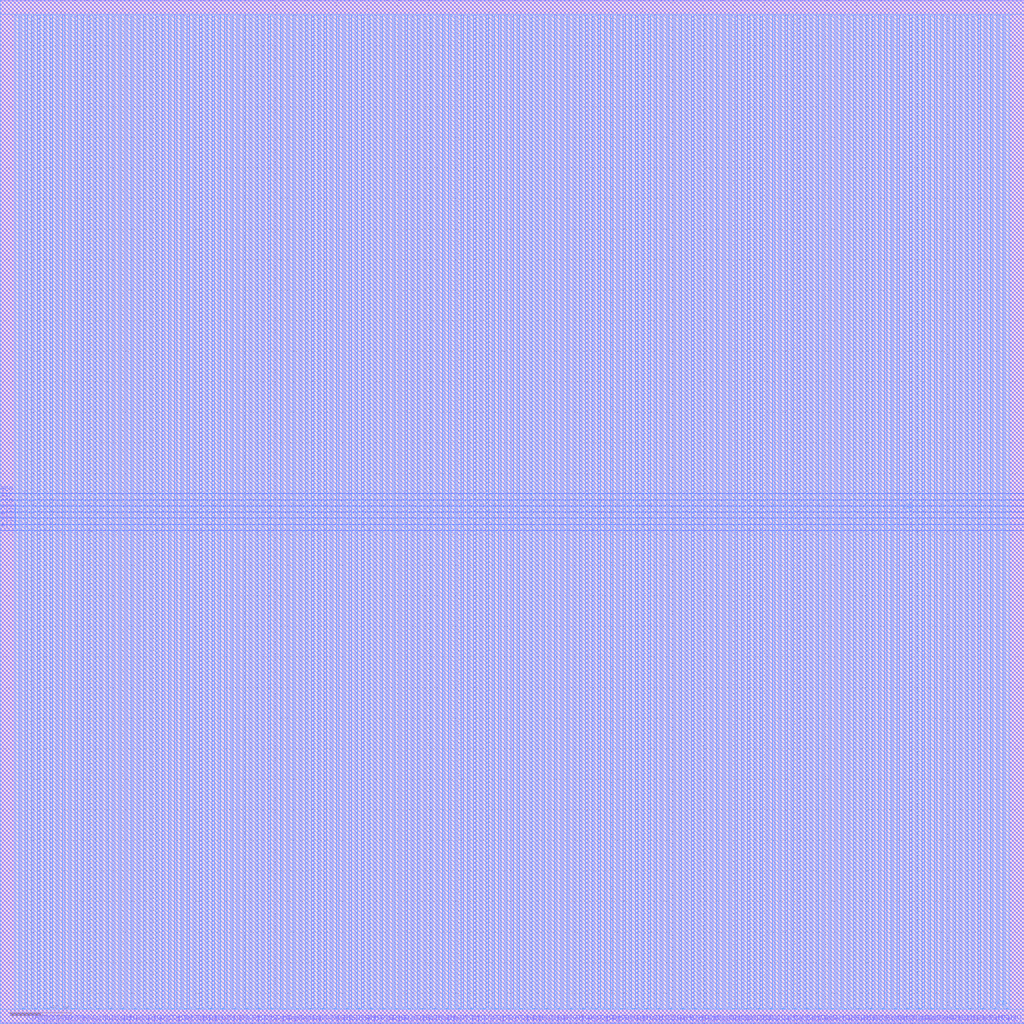
<source format=lef>
##
## LEF for PtnCells ;
## created by Innovus v15.23-s045_1 on Sat Mar 22 17:24:46 2025
##

VERSION 5.8 ;

BUSBITCHARS "[]" ;
DIVIDERCHAR "/" ;

MACRO sram_w16_160b
  CLASS BLOCK ;
  SIZE 670.0000 BY 670.0000 ;
  FOREIGN sram_w16_160b 0.0000 0.0000 ;
  ORIGIN 0 0 ;
  SYMMETRY X Y R90 ;
  PIN CLK
    DIRECTION INPUT ;
    USE SIGNAL ;
    PORT
      LAYER M3 ;
        RECT 0.0000 342.7500 0.5200 342.8500 ;
    END
  END CLK
  PIN D[159]
    DIRECTION INPUT ;
    USE SIGNAL ;
    PORT
      LAYER M2 ;
        RECT 652.8500 0.0000 652.9500 0.5200 ;
    END
  END D[159]
  PIN D[158]
    DIRECTION INPUT ;
    USE SIGNAL ;
    PORT
      LAYER M2 ;
        RECT 648.8500 0.0000 648.9500 0.5200 ;
    END
  END D[158]
  PIN D[157]
    DIRECTION INPUT ;
    USE SIGNAL ;
    PORT
      LAYER M2 ;
        RECT 644.8500 0.0000 644.9500 0.5200 ;
    END
  END D[157]
  PIN D[156]
    DIRECTION INPUT ;
    USE SIGNAL ;
    PORT
      LAYER M2 ;
        RECT 640.8500 0.0000 640.9500 0.5200 ;
    END
  END D[156]
  PIN D[155]
    DIRECTION INPUT ;
    USE SIGNAL ;
    PORT
      LAYER M2 ;
        RECT 636.8500 0.0000 636.9500 0.5200 ;
    END
  END D[155]
  PIN D[154]
    DIRECTION INPUT ;
    USE SIGNAL ;
    PORT
      LAYER M2 ;
        RECT 632.8500 0.0000 632.9500 0.5200 ;
    END
  END D[154]
  PIN D[153]
    DIRECTION INPUT ;
    USE SIGNAL ;
    PORT
      LAYER M2 ;
        RECT 628.8500 0.0000 628.9500 0.5200 ;
    END
  END D[153]
  PIN D[152]
    DIRECTION INPUT ;
    USE SIGNAL ;
    PORT
      LAYER M2 ;
        RECT 624.8500 0.0000 624.9500 0.5200 ;
    END
  END D[152]
  PIN D[151]
    DIRECTION INPUT ;
    USE SIGNAL ;
    PORT
      LAYER M2 ;
        RECT 620.8500 0.0000 620.9500 0.5200 ;
    END
  END D[151]
  PIN D[150]
    DIRECTION INPUT ;
    USE SIGNAL ;
    PORT
      LAYER M2 ;
        RECT 616.8500 0.0000 616.9500 0.5200 ;
    END
  END D[150]
  PIN D[149]
    DIRECTION INPUT ;
    USE SIGNAL ;
    PORT
      LAYER M2 ;
        RECT 612.8500 0.0000 612.9500 0.5200 ;
    END
  END D[149]
  PIN D[148]
    DIRECTION INPUT ;
    USE SIGNAL ;
    PORT
      LAYER M2 ;
        RECT 608.8500 0.0000 608.9500 0.5200 ;
    END
  END D[148]
  PIN D[147]
    DIRECTION INPUT ;
    USE SIGNAL ;
    PORT
      LAYER M2 ;
        RECT 604.8500 0.0000 604.9500 0.5200 ;
    END
  END D[147]
  PIN D[146]
    DIRECTION INPUT ;
    USE SIGNAL ;
    PORT
      LAYER M2 ;
        RECT 600.8500 0.0000 600.9500 0.5200 ;
    END
  END D[146]
  PIN D[145]
    DIRECTION INPUT ;
    USE SIGNAL ;
    PORT
      LAYER M2 ;
        RECT 596.8500 0.0000 596.9500 0.5200 ;
    END
  END D[145]
  PIN D[144]
    DIRECTION INPUT ;
    USE SIGNAL ;
    PORT
      LAYER M2 ;
        RECT 592.8500 0.0000 592.9500 0.5200 ;
    END
  END D[144]
  PIN D[143]
    DIRECTION INPUT ;
    USE SIGNAL ;
    PORT
      LAYER M2 ;
        RECT 588.8500 0.0000 588.9500 0.5200 ;
    END
  END D[143]
  PIN D[142]
    DIRECTION INPUT ;
    USE SIGNAL ;
    PORT
      LAYER M2 ;
        RECT 584.8500 0.0000 584.9500 0.5200 ;
    END
  END D[142]
  PIN D[141]
    DIRECTION INPUT ;
    USE SIGNAL ;
    PORT
      LAYER M2 ;
        RECT 580.8500 0.0000 580.9500 0.5200 ;
    END
  END D[141]
  PIN D[140]
    DIRECTION INPUT ;
    USE SIGNAL ;
    PORT
      LAYER M2 ;
        RECT 576.8500 0.0000 576.9500 0.5200 ;
    END
  END D[140]
  PIN D[139]
    DIRECTION INPUT ;
    USE SIGNAL ;
    PORT
      LAYER M2 ;
        RECT 572.8500 0.0000 572.9500 0.5200 ;
    END
  END D[139]
  PIN D[138]
    DIRECTION INPUT ;
    USE SIGNAL ;
    PORT
      LAYER M2 ;
        RECT 568.8500 0.0000 568.9500 0.5200 ;
    END
  END D[138]
  PIN D[137]
    DIRECTION INPUT ;
    USE SIGNAL ;
    PORT
      LAYER M2 ;
        RECT 564.8500 0.0000 564.9500 0.5200 ;
    END
  END D[137]
  PIN D[136]
    DIRECTION INPUT ;
    USE SIGNAL ;
    PORT
      LAYER M2 ;
        RECT 560.8500 0.0000 560.9500 0.5200 ;
    END
  END D[136]
  PIN D[135]
    DIRECTION INPUT ;
    USE SIGNAL ;
    PORT
      LAYER M2 ;
        RECT 556.8500 0.0000 556.9500 0.5200 ;
    END
  END D[135]
  PIN D[134]
    DIRECTION INPUT ;
    USE SIGNAL ;
    PORT
      LAYER M2 ;
        RECT 552.8500 0.0000 552.9500 0.5200 ;
    END
  END D[134]
  PIN D[133]
    DIRECTION INPUT ;
    USE SIGNAL ;
    PORT
      LAYER M2 ;
        RECT 548.8500 0.0000 548.9500 0.5200 ;
    END
  END D[133]
  PIN D[132]
    DIRECTION INPUT ;
    USE SIGNAL ;
    PORT
      LAYER M2 ;
        RECT 544.8500 0.0000 544.9500 0.5200 ;
    END
  END D[132]
  PIN D[131]
    DIRECTION INPUT ;
    USE SIGNAL ;
    PORT
      LAYER M2 ;
        RECT 540.8500 0.0000 540.9500 0.5200 ;
    END
  END D[131]
  PIN D[130]
    DIRECTION INPUT ;
    USE SIGNAL ;
    PORT
      LAYER M2 ;
        RECT 536.8500 0.0000 536.9500 0.5200 ;
    END
  END D[130]
  PIN D[129]
    DIRECTION INPUT ;
    USE SIGNAL ;
    PORT
      LAYER M2 ;
        RECT 532.8500 0.0000 532.9500 0.5200 ;
    END
  END D[129]
  PIN D[128]
    DIRECTION INPUT ;
    USE SIGNAL ;
    PORT
      LAYER M2 ;
        RECT 528.8500 0.0000 528.9500 0.5200 ;
    END
  END D[128]
  PIN D[127]
    DIRECTION INPUT ;
    USE SIGNAL ;
    PORT
      LAYER M2 ;
        RECT 524.8500 0.0000 524.9500 0.5200 ;
    END
  END D[127]
  PIN D[126]
    DIRECTION INPUT ;
    USE SIGNAL ;
    PORT
      LAYER M2 ;
        RECT 520.8500 0.0000 520.9500 0.5200 ;
    END
  END D[126]
  PIN D[125]
    DIRECTION INPUT ;
    USE SIGNAL ;
    PORT
      LAYER M2 ;
        RECT 516.8500 0.0000 516.9500 0.5200 ;
    END
  END D[125]
  PIN D[124]
    DIRECTION INPUT ;
    USE SIGNAL ;
    PORT
      LAYER M2 ;
        RECT 512.8500 0.0000 512.9500 0.5200 ;
    END
  END D[124]
  PIN D[123]
    DIRECTION INPUT ;
    USE SIGNAL ;
    PORT
      LAYER M2 ;
        RECT 508.8500 0.0000 508.9500 0.5200 ;
    END
  END D[123]
  PIN D[122]
    DIRECTION INPUT ;
    USE SIGNAL ;
    PORT
      LAYER M2 ;
        RECT 504.8500 0.0000 504.9500 0.5200 ;
    END
  END D[122]
  PIN D[121]
    DIRECTION INPUT ;
    USE SIGNAL ;
    PORT
      LAYER M2 ;
        RECT 500.8500 0.0000 500.9500 0.5200 ;
    END
  END D[121]
  PIN D[120]
    DIRECTION INPUT ;
    USE SIGNAL ;
    PORT
      LAYER M2 ;
        RECT 496.8500 0.0000 496.9500 0.5200 ;
    END
  END D[120]
  PIN D[119]
    DIRECTION INPUT ;
    USE SIGNAL ;
    PORT
      LAYER M2 ;
        RECT 492.8500 0.0000 492.9500 0.5200 ;
    END
  END D[119]
  PIN D[118]
    DIRECTION INPUT ;
    USE SIGNAL ;
    PORT
      LAYER M2 ;
        RECT 488.8500 0.0000 488.9500 0.5200 ;
    END
  END D[118]
  PIN D[117]
    DIRECTION INPUT ;
    USE SIGNAL ;
    PORT
      LAYER M2 ;
        RECT 484.8500 0.0000 484.9500 0.5200 ;
    END
  END D[117]
  PIN D[116]
    DIRECTION INPUT ;
    USE SIGNAL ;
    PORT
      LAYER M2 ;
        RECT 480.8500 0.0000 480.9500 0.5200 ;
    END
  END D[116]
  PIN D[115]
    DIRECTION INPUT ;
    USE SIGNAL ;
    PORT
      LAYER M2 ;
        RECT 476.8500 0.0000 476.9500 0.5200 ;
    END
  END D[115]
  PIN D[114]
    DIRECTION INPUT ;
    USE SIGNAL ;
    PORT
      LAYER M2 ;
        RECT 472.8500 0.0000 472.9500 0.5200 ;
    END
  END D[114]
  PIN D[113]
    DIRECTION INPUT ;
    USE SIGNAL ;
    PORT
      LAYER M2 ;
        RECT 468.8500 0.0000 468.9500 0.5200 ;
    END
  END D[113]
  PIN D[112]
    DIRECTION INPUT ;
    USE SIGNAL ;
    PORT
      LAYER M2 ;
        RECT 464.8500 0.0000 464.9500 0.5200 ;
    END
  END D[112]
  PIN D[111]
    DIRECTION INPUT ;
    USE SIGNAL ;
    PORT
      LAYER M2 ;
        RECT 460.8500 0.0000 460.9500 0.5200 ;
    END
  END D[111]
  PIN D[110]
    DIRECTION INPUT ;
    USE SIGNAL ;
    PORT
      LAYER M2 ;
        RECT 456.8500 0.0000 456.9500 0.5200 ;
    END
  END D[110]
  PIN D[109]
    DIRECTION INPUT ;
    USE SIGNAL ;
    PORT
      LAYER M2 ;
        RECT 452.8500 0.0000 452.9500 0.5200 ;
    END
  END D[109]
  PIN D[108]
    DIRECTION INPUT ;
    USE SIGNAL ;
    PORT
      LAYER M2 ;
        RECT 448.8500 0.0000 448.9500 0.5200 ;
    END
  END D[108]
  PIN D[107]
    DIRECTION INPUT ;
    USE SIGNAL ;
    PORT
      LAYER M2 ;
        RECT 444.8500 0.0000 444.9500 0.5200 ;
    END
  END D[107]
  PIN D[106]
    DIRECTION INPUT ;
    USE SIGNAL ;
    PORT
      LAYER M2 ;
        RECT 440.8500 0.0000 440.9500 0.5200 ;
    END
  END D[106]
  PIN D[105]
    DIRECTION INPUT ;
    USE SIGNAL ;
    PORT
      LAYER M2 ;
        RECT 436.8500 0.0000 436.9500 0.5200 ;
    END
  END D[105]
  PIN D[104]
    DIRECTION INPUT ;
    USE SIGNAL ;
    PORT
      LAYER M2 ;
        RECT 432.8500 0.0000 432.9500 0.5200 ;
    END
  END D[104]
  PIN D[103]
    DIRECTION INPUT ;
    USE SIGNAL ;
    PORT
      LAYER M2 ;
        RECT 428.8500 0.0000 428.9500 0.5200 ;
    END
  END D[103]
  PIN D[102]
    DIRECTION INPUT ;
    USE SIGNAL ;
    PORT
      LAYER M2 ;
        RECT 424.8500 0.0000 424.9500 0.5200 ;
    END
  END D[102]
  PIN D[101]
    DIRECTION INPUT ;
    USE SIGNAL ;
    PORT
      LAYER M2 ;
        RECT 420.8500 0.0000 420.9500 0.5200 ;
    END
  END D[101]
  PIN D[100]
    DIRECTION INPUT ;
    USE SIGNAL ;
    PORT
      LAYER M2 ;
        RECT 416.8500 0.0000 416.9500 0.5200 ;
    END
  END D[100]
  PIN D[99]
    DIRECTION INPUT ;
    USE SIGNAL ;
    PORT
      LAYER M2 ;
        RECT 412.8500 0.0000 412.9500 0.5200 ;
    END
  END D[99]
  PIN D[98]
    DIRECTION INPUT ;
    USE SIGNAL ;
    PORT
      LAYER M2 ;
        RECT 408.8500 0.0000 408.9500 0.5200 ;
    END
  END D[98]
  PIN D[97]
    DIRECTION INPUT ;
    USE SIGNAL ;
    PORT
      LAYER M2 ;
        RECT 404.8500 0.0000 404.9500 0.5200 ;
    END
  END D[97]
  PIN D[96]
    DIRECTION INPUT ;
    USE SIGNAL ;
    PORT
      LAYER M2 ;
        RECT 400.8500 0.0000 400.9500 0.5200 ;
    END
  END D[96]
  PIN D[95]
    DIRECTION INPUT ;
    USE SIGNAL ;
    PORT
      LAYER M2 ;
        RECT 396.8500 0.0000 396.9500 0.5200 ;
    END
  END D[95]
  PIN D[94]
    DIRECTION INPUT ;
    USE SIGNAL ;
    PORT
      LAYER M2 ;
        RECT 392.8500 0.0000 392.9500 0.5200 ;
    END
  END D[94]
  PIN D[93]
    DIRECTION INPUT ;
    USE SIGNAL ;
    PORT
      LAYER M2 ;
        RECT 388.8500 0.0000 388.9500 0.5200 ;
    END
  END D[93]
  PIN D[92]
    DIRECTION INPUT ;
    USE SIGNAL ;
    PORT
      LAYER M2 ;
        RECT 384.8500 0.0000 384.9500 0.5200 ;
    END
  END D[92]
  PIN D[91]
    DIRECTION INPUT ;
    USE SIGNAL ;
    PORT
      LAYER M2 ;
        RECT 380.8500 0.0000 380.9500 0.5200 ;
    END
  END D[91]
  PIN D[90]
    DIRECTION INPUT ;
    USE SIGNAL ;
    PORT
      LAYER M2 ;
        RECT 376.8500 0.0000 376.9500 0.5200 ;
    END
  END D[90]
  PIN D[89]
    DIRECTION INPUT ;
    USE SIGNAL ;
    PORT
      LAYER M2 ;
        RECT 372.8500 0.0000 372.9500 0.5200 ;
    END
  END D[89]
  PIN D[88]
    DIRECTION INPUT ;
    USE SIGNAL ;
    PORT
      LAYER M2 ;
        RECT 368.8500 0.0000 368.9500 0.5200 ;
    END
  END D[88]
  PIN D[87]
    DIRECTION INPUT ;
    USE SIGNAL ;
    PORT
      LAYER M2 ;
        RECT 364.8500 0.0000 364.9500 0.5200 ;
    END
  END D[87]
  PIN D[86]
    DIRECTION INPUT ;
    USE SIGNAL ;
    PORT
      LAYER M2 ;
        RECT 360.8500 0.0000 360.9500 0.5200 ;
    END
  END D[86]
  PIN D[85]
    DIRECTION INPUT ;
    USE SIGNAL ;
    PORT
      LAYER M2 ;
        RECT 356.8500 0.0000 356.9500 0.5200 ;
    END
  END D[85]
  PIN D[84]
    DIRECTION INPUT ;
    USE SIGNAL ;
    PORT
      LAYER M2 ;
        RECT 352.8500 0.0000 352.9500 0.5200 ;
    END
  END D[84]
  PIN D[83]
    DIRECTION INPUT ;
    USE SIGNAL ;
    PORT
      LAYER M2 ;
        RECT 348.8500 0.0000 348.9500 0.5200 ;
    END
  END D[83]
  PIN D[82]
    DIRECTION INPUT ;
    USE SIGNAL ;
    PORT
      LAYER M2 ;
        RECT 344.8500 0.0000 344.9500 0.5200 ;
    END
  END D[82]
  PIN D[81]
    DIRECTION INPUT ;
    USE SIGNAL ;
    PORT
      LAYER M2 ;
        RECT 340.8500 0.0000 340.9500 0.5200 ;
    END
  END D[81]
  PIN D[80]
    DIRECTION INPUT ;
    USE SIGNAL ;
    PORT
      LAYER M2 ;
        RECT 336.8500 0.0000 336.9500 0.5200 ;
    END
  END D[80]
  PIN D[79]
    DIRECTION INPUT ;
    USE SIGNAL ;
    PORT
      LAYER M2 ;
        RECT 332.8500 0.0000 332.9500 0.5200 ;
    END
  END D[79]
  PIN D[78]
    DIRECTION INPUT ;
    USE SIGNAL ;
    PORT
      LAYER M2 ;
        RECT 328.8500 0.0000 328.9500 0.5200 ;
    END
  END D[78]
  PIN D[77]
    DIRECTION INPUT ;
    USE SIGNAL ;
    PORT
      LAYER M2 ;
        RECT 324.8500 0.0000 324.9500 0.5200 ;
    END
  END D[77]
  PIN D[76]
    DIRECTION INPUT ;
    USE SIGNAL ;
    PORT
      LAYER M2 ;
        RECT 320.8500 0.0000 320.9500 0.5200 ;
    END
  END D[76]
  PIN D[75]
    DIRECTION INPUT ;
    USE SIGNAL ;
    PORT
      LAYER M2 ;
        RECT 316.8500 0.0000 316.9500 0.5200 ;
    END
  END D[75]
  PIN D[74]
    DIRECTION INPUT ;
    USE SIGNAL ;
    PORT
      LAYER M2 ;
        RECT 312.8500 0.0000 312.9500 0.5200 ;
    END
  END D[74]
  PIN D[73]
    DIRECTION INPUT ;
    USE SIGNAL ;
    PORT
      LAYER M2 ;
        RECT 308.8500 0.0000 308.9500 0.5200 ;
    END
  END D[73]
  PIN D[72]
    DIRECTION INPUT ;
    USE SIGNAL ;
    PORT
      LAYER M2 ;
        RECT 304.8500 0.0000 304.9500 0.5200 ;
    END
  END D[72]
  PIN D[71]
    DIRECTION INPUT ;
    USE SIGNAL ;
    PORT
      LAYER M2 ;
        RECT 300.8500 0.0000 300.9500 0.5200 ;
    END
  END D[71]
  PIN D[70]
    DIRECTION INPUT ;
    USE SIGNAL ;
    PORT
      LAYER M2 ;
        RECT 296.8500 0.0000 296.9500 0.5200 ;
    END
  END D[70]
  PIN D[69]
    DIRECTION INPUT ;
    USE SIGNAL ;
    PORT
      LAYER M2 ;
        RECT 292.8500 0.0000 292.9500 0.5200 ;
    END
  END D[69]
  PIN D[68]
    DIRECTION INPUT ;
    USE SIGNAL ;
    PORT
      LAYER M2 ;
        RECT 288.8500 0.0000 288.9500 0.5200 ;
    END
  END D[68]
  PIN D[67]
    DIRECTION INPUT ;
    USE SIGNAL ;
    PORT
      LAYER M2 ;
        RECT 284.8500 0.0000 284.9500 0.5200 ;
    END
  END D[67]
  PIN D[66]
    DIRECTION INPUT ;
    USE SIGNAL ;
    PORT
      LAYER M2 ;
        RECT 280.8500 0.0000 280.9500 0.5200 ;
    END
  END D[66]
  PIN D[65]
    DIRECTION INPUT ;
    USE SIGNAL ;
    PORT
      LAYER M2 ;
        RECT 276.8500 0.0000 276.9500 0.5200 ;
    END
  END D[65]
  PIN D[64]
    DIRECTION INPUT ;
    USE SIGNAL ;
    PORT
      LAYER M2 ;
        RECT 272.8500 0.0000 272.9500 0.5200 ;
    END
  END D[64]
  PIN D[63]
    DIRECTION INPUT ;
    USE SIGNAL ;
    PORT
      LAYER M2 ;
        RECT 268.8500 0.0000 268.9500 0.5200 ;
    END
  END D[63]
  PIN D[62]
    DIRECTION INPUT ;
    USE SIGNAL ;
    PORT
      LAYER M2 ;
        RECT 264.8500 0.0000 264.9500 0.5200 ;
    END
  END D[62]
  PIN D[61]
    DIRECTION INPUT ;
    USE SIGNAL ;
    PORT
      LAYER M2 ;
        RECT 260.8500 0.0000 260.9500 0.5200 ;
    END
  END D[61]
  PIN D[60]
    DIRECTION INPUT ;
    USE SIGNAL ;
    PORT
      LAYER M2 ;
        RECT 256.8500 0.0000 256.9500 0.5200 ;
    END
  END D[60]
  PIN D[59]
    DIRECTION INPUT ;
    USE SIGNAL ;
    PORT
      LAYER M2 ;
        RECT 252.8500 0.0000 252.9500 0.5200 ;
    END
  END D[59]
  PIN D[58]
    DIRECTION INPUT ;
    USE SIGNAL ;
    PORT
      LAYER M2 ;
        RECT 248.8500 0.0000 248.9500 0.5200 ;
    END
  END D[58]
  PIN D[57]
    DIRECTION INPUT ;
    USE SIGNAL ;
    PORT
      LAYER M2 ;
        RECT 244.8500 0.0000 244.9500 0.5200 ;
    END
  END D[57]
  PIN D[56]
    DIRECTION INPUT ;
    USE SIGNAL ;
    PORT
      LAYER M2 ;
        RECT 240.8500 0.0000 240.9500 0.5200 ;
    END
  END D[56]
  PIN D[55]
    DIRECTION INPUT ;
    USE SIGNAL ;
    PORT
      LAYER M2 ;
        RECT 236.8500 0.0000 236.9500 0.5200 ;
    END
  END D[55]
  PIN D[54]
    DIRECTION INPUT ;
    USE SIGNAL ;
    PORT
      LAYER M2 ;
        RECT 232.8500 0.0000 232.9500 0.5200 ;
    END
  END D[54]
  PIN D[53]
    DIRECTION INPUT ;
    USE SIGNAL ;
    PORT
      LAYER M2 ;
        RECT 228.8500 0.0000 228.9500 0.5200 ;
    END
  END D[53]
  PIN D[52]
    DIRECTION INPUT ;
    USE SIGNAL ;
    PORT
      LAYER M2 ;
        RECT 224.8500 0.0000 224.9500 0.5200 ;
    END
  END D[52]
  PIN D[51]
    DIRECTION INPUT ;
    USE SIGNAL ;
    PORT
      LAYER M2 ;
        RECT 220.8500 0.0000 220.9500 0.5200 ;
    END
  END D[51]
  PIN D[50]
    DIRECTION INPUT ;
    USE SIGNAL ;
    PORT
      LAYER M2 ;
        RECT 216.8500 0.0000 216.9500 0.5200 ;
    END
  END D[50]
  PIN D[49]
    DIRECTION INPUT ;
    USE SIGNAL ;
    PORT
      LAYER M2 ;
        RECT 212.8500 0.0000 212.9500 0.5200 ;
    END
  END D[49]
  PIN D[48]
    DIRECTION INPUT ;
    USE SIGNAL ;
    PORT
      LAYER M2 ;
        RECT 208.8500 0.0000 208.9500 0.5200 ;
    END
  END D[48]
  PIN D[47]
    DIRECTION INPUT ;
    USE SIGNAL ;
    PORT
      LAYER M2 ;
        RECT 204.8500 0.0000 204.9500 0.5200 ;
    END
  END D[47]
  PIN D[46]
    DIRECTION INPUT ;
    USE SIGNAL ;
    PORT
      LAYER M2 ;
        RECT 200.8500 0.0000 200.9500 0.5200 ;
    END
  END D[46]
  PIN D[45]
    DIRECTION INPUT ;
    USE SIGNAL ;
    PORT
      LAYER M2 ;
        RECT 196.8500 0.0000 196.9500 0.5200 ;
    END
  END D[45]
  PIN D[44]
    DIRECTION INPUT ;
    USE SIGNAL ;
    PORT
      LAYER M2 ;
        RECT 192.8500 0.0000 192.9500 0.5200 ;
    END
  END D[44]
  PIN D[43]
    DIRECTION INPUT ;
    USE SIGNAL ;
    PORT
      LAYER M2 ;
        RECT 188.8500 0.0000 188.9500 0.5200 ;
    END
  END D[43]
  PIN D[42]
    DIRECTION INPUT ;
    USE SIGNAL ;
    PORT
      LAYER M2 ;
        RECT 184.8500 0.0000 184.9500 0.5200 ;
    END
  END D[42]
  PIN D[41]
    DIRECTION INPUT ;
    USE SIGNAL ;
    PORT
      LAYER M2 ;
        RECT 180.8500 0.0000 180.9500 0.5200 ;
    END
  END D[41]
  PIN D[40]
    DIRECTION INPUT ;
    USE SIGNAL ;
    PORT
      LAYER M2 ;
        RECT 176.8500 0.0000 176.9500 0.5200 ;
    END
  END D[40]
  PIN D[39]
    DIRECTION INPUT ;
    USE SIGNAL ;
    PORT
      LAYER M2 ;
        RECT 172.8500 0.0000 172.9500 0.5200 ;
    END
  END D[39]
  PIN D[38]
    DIRECTION INPUT ;
    USE SIGNAL ;
    PORT
      LAYER M2 ;
        RECT 168.8500 0.0000 168.9500 0.5200 ;
    END
  END D[38]
  PIN D[37]
    DIRECTION INPUT ;
    USE SIGNAL ;
    PORT
      LAYER M2 ;
        RECT 164.8500 0.0000 164.9500 0.5200 ;
    END
  END D[37]
  PIN D[36]
    DIRECTION INPUT ;
    USE SIGNAL ;
    PORT
      LAYER M2 ;
        RECT 160.8500 0.0000 160.9500 0.5200 ;
    END
  END D[36]
  PIN D[35]
    DIRECTION INPUT ;
    USE SIGNAL ;
    PORT
      LAYER M2 ;
        RECT 156.8500 0.0000 156.9500 0.5200 ;
    END
  END D[35]
  PIN D[34]
    DIRECTION INPUT ;
    USE SIGNAL ;
    PORT
      LAYER M2 ;
        RECT 152.8500 0.0000 152.9500 0.5200 ;
    END
  END D[34]
  PIN D[33]
    DIRECTION INPUT ;
    USE SIGNAL ;
    PORT
      LAYER M2 ;
        RECT 148.8500 0.0000 148.9500 0.5200 ;
    END
  END D[33]
  PIN D[32]
    DIRECTION INPUT ;
    USE SIGNAL ;
    PORT
      LAYER M2 ;
        RECT 144.8500 0.0000 144.9500 0.5200 ;
    END
  END D[32]
  PIN D[31]
    DIRECTION INPUT ;
    USE SIGNAL ;
    PORT
      LAYER M2 ;
        RECT 140.8500 0.0000 140.9500 0.5200 ;
    END
  END D[31]
  PIN D[30]
    DIRECTION INPUT ;
    USE SIGNAL ;
    PORT
      LAYER M2 ;
        RECT 136.8500 0.0000 136.9500 0.5200 ;
    END
  END D[30]
  PIN D[29]
    DIRECTION INPUT ;
    USE SIGNAL ;
    PORT
      LAYER M2 ;
        RECT 132.8500 0.0000 132.9500 0.5200 ;
    END
  END D[29]
  PIN D[28]
    DIRECTION INPUT ;
    USE SIGNAL ;
    PORT
      LAYER M2 ;
        RECT 128.8500 0.0000 128.9500 0.5200 ;
    END
  END D[28]
  PIN D[27]
    DIRECTION INPUT ;
    USE SIGNAL ;
    PORT
      LAYER M2 ;
        RECT 124.8500 0.0000 124.9500 0.5200 ;
    END
  END D[27]
  PIN D[26]
    DIRECTION INPUT ;
    USE SIGNAL ;
    PORT
      LAYER M2 ;
        RECT 120.8500 0.0000 120.9500 0.5200 ;
    END
  END D[26]
  PIN D[25]
    DIRECTION INPUT ;
    USE SIGNAL ;
    PORT
      LAYER M2 ;
        RECT 116.8500 0.0000 116.9500 0.5200 ;
    END
  END D[25]
  PIN D[24]
    DIRECTION INPUT ;
    USE SIGNAL ;
    PORT
      LAYER M2 ;
        RECT 112.8500 0.0000 112.9500 0.5200 ;
    END
  END D[24]
  PIN D[23]
    DIRECTION INPUT ;
    USE SIGNAL ;
    PORT
      LAYER M2 ;
        RECT 108.8500 0.0000 108.9500 0.5200 ;
    END
  END D[23]
  PIN D[22]
    DIRECTION INPUT ;
    USE SIGNAL ;
    PORT
      LAYER M2 ;
        RECT 104.8500 0.0000 104.9500 0.5200 ;
    END
  END D[22]
  PIN D[21]
    DIRECTION INPUT ;
    USE SIGNAL ;
    PORT
      LAYER M2 ;
        RECT 100.8500 0.0000 100.9500 0.5200 ;
    END
  END D[21]
  PIN D[20]
    DIRECTION INPUT ;
    USE SIGNAL ;
    PORT
      LAYER M2 ;
        RECT 96.8500 0.0000 96.9500 0.5200 ;
    END
  END D[20]
  PIN D[19]
    DIRECTION INPUT ;
    USE SIGNAL ;
    PORT
      LAYER M2 ;
        RECT 92.8500 0.0000 92.9500 0.5200 ;
    END
  END D[19]
  PIN D[18]
    DIRECTION INPUT ;
    USE SIGNAL ;
    PORT
      LAYER M2 ;
        RECT 88.8500 0.0000 88.9500 0.5200 ;
    END
  END D[18]
  PIN D[17]
    DIRECTION INPUT ;
    USE SIGNAL ;
    PORT
      LAYER M2 ;
        RECT 84.8500 0.0000 84.9500 0.5200 ;
    END
  END D[17]
  PIN D[16]
    DIRECTION INPUT ;
    USE SIGNAL ;
    PORT
      LAYER M2 ;
        RECT 80.8500 0.0000 80.9500 0.5200 ;
    END
  END D[16]
  PIN D[15]
    DIRECTION INPUT ;
    USE SIGNAL ;
    PORT
      LAYER M2 ;
        RECT 76.8500 0.0000 76.9500 0.5200 ;
    END
  END D[15]
  PIN D[14]
    DIRECTION INPUT ;
    USE SIGNAL ;
    PORT
      LAYER M2 ;
        RECT 72.8500 0.0000 72.9500 0.5200 ;
    END
  END D[14]
  PIN D[13]
    DIRECTION INPUT ;
    USE SIGNAL ;
    PORT
      LAYER M2 ;
        RECT 68.8500 0.0000 68.9500 0.5200 ;
    END
  END D[13]
  PIN D[12]
    DIRECTION INPUT ;
    USE SIGNAL ;
    PORT
      LAYER M2 ;
        RECT 64.8500 0.0000 64.9500 0.5200 ;
    END
  END D[12]
  PIN D[11]
    DIRECTION INPUT ;
    USE SIGNAL ;
    PORT
      LAYER M2 ;
        RECT 60.8500 0.0000 60.9500 0.5200 ;
    END
  END D[11]
  PIN D[10]
    DIRECTION INPUT ;
    USE SIGNAL ;
    PORT
      LAYER M2 ;
        RECT 56.8500 0.0000 56.9500 0.5200 ;
    END
  END D[10]
  PIN D[9]
    DIRECTION INPUT ;
    USE SIGNAL ;
    PORT
      LAYER M2 ;
        RECT 52.8500 0.0000 52.9500 0.5200 ;
    END
  END D[9]
  PIN D[8]
    DIRECTION INPUT ;
    USE SIGNAL ;
    PORT
      LAYER M2 ;
        RECT 48.8500 0.0000 48.9500 0.5200 ;
    END
  END D[8]
  PIN D[7]
    DIRECTION INPUT ;
    USE SIGNAL ;
    PORT
      LAYER M2 ;
        RECT 44.8500 0.0000 44.9500 0.5200 ;
    END
  END D[7]
  PIN D[6]
    DIRECTION INPUT ;
    USE SIGNAL ;
    PORT
      LAYER M2 ;
        RECT 40.8500 0.0000 40.9500 0.5200 ;
    END
  END D[6]
  PIN D[5]
    DIRECTION INPUT ;
    USE SIGNAL ;
    PORT
      LAYER M2 ;
        RECT 36.8500 0.0000 36.9500 0.5200 ;
    END
  END D[5]
  PIN D[4]
    DIRECTION INPUT ;
    USE SIGNAL ;
    PORT
      LAYER M2 ;
        RECT 32.8500 0.0000 32.9500 0.5200 ;
    END
  END D[4]
  PIN D[3]
    DIRECTION INPUT ;
    USE SIGNAL ;
    PORT
      LAYER M2 ;
        RECT 28.8500 0.0000 28.9500 0.5200 ;
    END
  END D[3]
  PIN D[2]
    DIRECTION INPUT ;
    USE SIGNAL ;
    PORT
      LAYER M2 ;
        RECT 24.8500 0.0000 24.9500 0.5200 ;
    END
  END D[2]
  PIN D[1]
    DIRECTION INPUT ;
    USE SIGNAL ;
    PORT
      LAYER M2 ;
        RECT 20.8500 0.0000 20.9500 0.5200 ;
    END
  END D[1]
  PIN D[0]
    DIRECTION INPUT ;
    USE SIGNAL ;
    PORT
      LAYER M2 ;
        RECT 16.8500 0.0000 16.9500 0.5200 ;
    END
  END D[0]
  PIN Q[159]
    DIRECTION OUTPUT ;
    USE SIGNAL ;
    PORT
      LAYER M2 ;
        RECT 652.8500 669.4800 652.9500 670.0000 ;
    END
  END Q[159]
  PIN Q[158]
    DIRECTION OUTPUT ;
    USE SIGNAL ;
    PORT
      LAYER M2 ;
        RECT 648.8500 669.4800 648.9500 670.0000 ;
    END
  END Q[158]
  PIN Q[157]
    DIRECTION OUTPUT ;
    USE SIGNAL ;
    PORT
      LAYER M2 ;
        RECT 644.8500 669.4800 644.9500 670.0000 ;
    END
  END Q[157]
  PIN Q[156]
    DIRECTION OUTPUT ;
    USE SIGNAL ;
    PORT
      LAYER M2 ;
        RECT 640.8500 669.4800 640.9500 670.0000 ;
    END
  END Q[156]
  PIN Q[155]
    DIRECTION OUTPUT ;
    USE SIGNAL ;
    PORT
      LAYER M2 ;
        RECT 636.8500 669.4800 636.9500 670.0000 ;
    END
  END Q[155]
  PIN Q[154]
    DIRECTION OUTPUT ;
    USE SIGNAL ;
    PORT
      LAYER M2 ;
        RECT 632.8500 669.4800 632.9500 670.0000 ;
    END
  END Q[154]
  PIN Q[153]
    DIRECTION OUTPUT ;
    USE SIGNAL ;
    PORT
      LAYER M2 ;
        RECT 628.8500 669.4800 628.9500 670.0000 ;
    END
  END Q[153]
  PIN Q[152]
    DIRECTION OUTPUT ;
    USE SIGNAL ;
    PORT
      LAYER M2 ;
        RECT 624.8500 669.4800 624.9500 670.0000 ;
    END
  END Q[152]
  PIN Q[151]
    DIRECTION OUTPUT ;
    USE SIGNAL ;
    PORT
      LAYER M2 ;
        RECT 620.8500 669.4800 620.9500 670.0000 ;
    END
  END Q[151]
  PIN Q[150]
    DIRECTION OUTPUT ;
    USE SIGNAL ;
    PORT
      LAYER M2 ;
        RECT 616.8500 669.4800 616.9500 670.0000 ;
    END
  END Q[150]
  PIN Q[149]
    DIRECTION OUTPUT ;
    USE SIGNAL ;
    PORT
      LAYER M2 ;
        RECT 612.8500 669.4800 612.9500 670.0000 ;
    END
  END Q[149]
  PIN Q[148]
    DIRECTION OUTPUT ;
    USE SIGNAL ;
    PORT
      LAYER M2 ;
        RECT 608.8500 669.4800 608.9500 670.0000 ;
    END
  END Q[148]
  PIN Q[147]
    DIRECTION OUTPUT ;
    USE SIGNAL ;
    PORT
      LAYER M2 ;
        RECT 604.8500 669.4800 604.9500 670.0000 ;
    END
  END Q[147]
  PIN Q[146]
    DIRECTION OUTPUT ;
    USE SIGNAL ;
    PORT
      LAYER M2 ;
        RECT 600.8500 669.4800 600.9500 670.0000 ;
    END
  END Q[146]
  PIN Q[145]
    DIRECTION OUTPUT ;
    USE SIGNAL ;
    PORT
      LAYER M2 ;
        RECT 596.8500 669.4800 596.9500 670.0000 ;
    END
  END Q[145]
  PIN Q[144]
    DIRECTION OUTPUT ;
    USE SIGNAL ;
    PORT
      LAYER M2 ;
        RECT 592.8500 669.4800 592.9500 670.0000 ;
    END
  END Q[144]
  PIN Q[143]
    DIRECTION OUTPUT ;
    USE SIGNAL ;
    PORT
      LAYER M2 ;
        RECT 588.8500 669.4800 588.9500 670.0000 ;
    END
  END Q[143]
  PIN Q[142]
    DIRECTION OUTPUT ;
    USE SIGNAL ;
    PORT
      LAYER M2 ;
        RECT 584.8500 669.4800 584.9500 670.0000 ;
    END
  END Q[142]
  PIN Q[141]
    DIRECTION OUTPUT ;
    USE SIGNAL ;
    PORT
      LAYER M2 ;
        RECT 580.8500 669.4800 580.9500 670.0000 ;
    END
  END Q[141]
  PIN Q[140]
    DIRECTION OUTPUT ;
    USE SIGNAL ;
    PORT
      LAYER M2 ;
        RECT 576.8500 669.4800 576.9500 670.0000 ;
    END
  END Q[140]
  PIN Q[139]
    DIRECTION OUTPUT ;
    USE SIGNAL ;
    PORT
      LAYER M2 ;
        RECT 572.8500 669.4800 572.9500 670.0000 ;
    END
  END Q[139]
  PIN Q[138]
    DIRECTION OUTPUT ;
    USE SIGNAL ;
    PORT
      LAYER M2 ;
        RECT 568.8500 669.4800 568.9500 670.0000 ;
    END
  END Q[138]
  PIN Q[137]
    DIRECTION OUTPUT ;
    USE SIGNAL ;
    PORT
      LAYER M2 ;
        RECT 564.8500 669.4800 564.9500 670.0000 ;
    END
  END Q[137]
  PIN Q[136]
    DIRECTION OUTPUT ;
    USE SIGNAL ;
    PORT
      LAYER M2 ;
        RECT 560.8500 669.4800 560.9500 670.0000 ;
    END
  END Q[136]
  PIN Q[135]
    DIRECTION OUTPUT ;
    USE SIGNAL ;
    PORT
      LAYER M2 ;
        RECT 556.8500 669.4800 556.9500 670.0000 ;
    END
  END Q[135]
  PIN Q[134]
    DIRECTION OUTPUT ;
    USE SIGNAL ;
    PORT
      LAYER M2 ;
        RECT 552.8500 669.4800 552.9500 670.0000 ;
    END
  END Q[134]
  PIN Q[133]
    DIRECTION OUTPUT ;
    USE SIGNAL ;
    PORT
      LAYER M2 ;
        RECT 548.8500 669.4800 548.9500 670.0000 ;
    END
  END Q[133]
  PIN Q[132]
    DIRECTION OUTPUT ;
    USE SIGNAL ;
    PORT
      LAYER M2 ;
        RECT 544.8500 669.4800 544.9500 670.0000 ;
    END
  END Q[132]
  PIN Q[131]
    DIRECTION OUTPUT ;
    USE SIGNAL ;
    PORT
      LAYER M2 ;
        RECT 540.8500 669.4800 540.9500 670.0000 ;
    END
  END Q[131]
  PIN Q[130]
    DIRECTION OUTPUT ;
    USE SIGNAL ;
    PORT
      LAYER M2 ;
        RECT 536.8500 669.4800 536.9500 670.0000 ;
    END
  END Q[130]
  PIN Q[129]
    DIRECTION OUTPUT ;
    USE SIGNAL ;
    PORT
      LAYER M2 ;
        RECT 532.8500 669.4800 532.9500 670.0000 ;
    END
  END Q[129]
  PIN Q[128]
    DIRECTION OUTPUT ;
    USE SIGNAL ;
    PORT
      LAYER M2 ;
        RECT 528.8500 669.4800 528.9500 670.0000 ;
    END
  END Q[128]
  PIN Q[127]
    DIRECTION OUTPUT ;
    USE SIGNAL ;
    PORT
      LAYER M2 ;
        RECT 524.8500 669.4800 524.9500 670.0000 ;
    END
  END Q[127]
  PIN Q[126]
    DIRECTION OUTPUT ;
    USE SIGNAL ;
    PORT
      LAYER M2 ;
        RECT 520.8500 669.4800 520.9500 670.0000 ;
    END
  END Q[126]
  PIN Q[125]
    DIRECTION OUTPUT ;
    USE SIGNAL ;
    PORT
      LAYER M2 ;
        RECT 516.8500 669.4800 516.9500 670.0000 ;
    END
  END Q[125]
  PIN Q[124]
    DIRECTION OUTPUT ;
    USE SIGNAL ;
    PORT
      LAYER M2 ;
        RECT 512.8500 669.4800 512.9500 670.0000 ;
    END
  END Q[124]
  PIN Q[123]
    DIRECTION OUTPUT ;
    USE SIGNAL ;
    PORT
      LAYER M2 ;
        RECT 508.8500 669.4800 508.9500 670.0000 ;
    END
  END Q[123]
  PIN Q[122]
    DIRECTION OUTPUT ;
    USE SIGNAL ;
    PORT
      LAYER M2 ;
        RECT 504.8500 669.4800 504.9500 670.0000 ;
    END
  END Q[122]
  PIN Q[121]
    DIRECTION OUTPUT ;
    USE SIGNAL ;
    PORT
      LAYER M2 ;
        RECT 500.8500 669.4800 500.9500 670.0000 ;
    END
  END Q[121]
  PIN Q[120]
    DIRECTION OUTPUT ;
    USE SIGNAL ;
    PORT
      LAYER M2 ;
        RECT 496.8500 669.4800 496.9500 670.0000 ;
    END
  END Q[120]
  PIN Q[119]
    DIRECTION OUTPUT ;
    USE SIGNAL ;
    PORT
      LAYER M2 ;
        RECT 492.8500 669.4800 492.9500 670.0000 ;
    END
  END Q[119]
  PIN Q[118]
    DIRECTION OUTPUT ;
    USE SIGNAL ;
    PORT
      LAYER M2 ;
        RECT 488.8500 669.4800 488.9500 670.0000 ;
    END
  END Q[118]
  PIN Q[117]
    DIRECTION OUTPUT ;
    USE SIGNAL ;
    PORT
      LAYER M2 ;
        RECT 484.8500 669.4800 484.9500 670.0000 ;
    END
  END Q[117]
  PIN Q[116]
    DIRECTION OUTPUT ;
    USE SIGNAL ;
    PORT
      LAYER M2 ;
        RECT 480.8500 669.4800 480.9500 670.0000 ;
    END
  END Q[116]
  PIN Q[115]
    DIRECTION OUTPUT ;
    USE SIGNAL ;
    PORT
      LAYER M2 ;
        RECT 476.8500 669.4800 476.9500 670.0000 ;
    END
  END Q[115]
  PIN Q[114]
    DIRECTION OUTPUT ;
    USE SIGNAL ;
    PORT
      LAYER M2 ;
        RECT 472.8500 669.4800 472.9500 670.0000 ;
    END
  END Q[114]
  PIN Q[113]
    DIRECTION OUTPUT ;
    USE SIGNAL ;
    PORT
      LAYER M2 ;
        RECT 468.8500 669.4800 468.9500 670.0000 ;
    END
  END Q[113]
  PIN Q[112]
    DIRECTION OUTPUT ;
    USE SIGNAL ;
    PORT
      LAYER M2 ;
        RECT 464.8500 669.4800 464.9500 670.0000 ;
    END
  END Q[112]
  PIN Q[111]
    DIRECTION OUTPUT ;
    USE SIGNAL ;
    PORT
      LAYER M2 ;
        RECT 460.8500 669.4800 460.9500 670.0000 ;
    END
  END Q[111]
  PIN Q[110]
    DIRECTION OUTPUT ;
    USE SIGNAL ;
    PORT
      LAYER M2 ;
        RECT 456.8500 669.4800 456.9500 670.0000 ;
    END
  END Q[110]
  PIN Q[109]
    DIRECTION OUTPUT ;
    USE SIGNAL ;
    PORT
      LAYER M2 ;
        RECT 452.8500 669.4800 452.9500 670.0000 ;
    END
  END Q[109]
  PIN Q[108]
    DIRECTION OUTPUT ;
    USE SIGNAL ;
    PORT
      LAYER M2 ;
        RECT 448.8500 669.4800 448.9500 670.0000 ;
    END
  END Q[108]
  PIN Q[107]
    DIRECTION OUTPUT ;
    USE SIGNAL ;
    PORT
      LAYER M2 ;
        RECT 444.8500 669.4800 444.9500 670.0000 ;
    END
  END Q[107]
  PIN Q[106]
    DIRECTION OUTPUT ;
    USE SIGNAL ;
    PORT
      LAYER M2 ;
        RECT 440.8500 669.4800 440.9500 670.0000 ;
    END
  END Q[106]
  PIN Q[105]
    DIRECTION OUTPUT ;
    USE SIGNAL ;
    PORT
      LAYER M2 ;
        RECT 436.8500 669.4800 436.9500 670.0000 ;
    END
  END Q[105]
  PIN Q[104]
    DIRECTION OUTPUT ;
    USE SIGNAL ;
    PORT
      LAYER M2 ;
        RECT 432.8500 669.4800 432.9500 670.0000 ;
    END
  END Q[104]
  PIN Q[103]
    DIRECTION OUTPUT ;
    USE SIGNAL ;
    PORT
      LAYER M2 ;
        RECT 428.8500 669.4800 428.9500 670.0000 ;
    END
  END Q[103]
  PIN Q[102]
    DIRECTION OUTPUT ;
    USE SIGNAL ;
    PORT
      LAYER M2 ;
        RECT 424.8500 669.4800 424.9500 670.0000 ;
    END
  END Q[102]
  PIN Q[101]
    DIRECTION OUTPUT ;
    USE SIGNAL ;
    PORT
      LAYER M2 ;
        RECT 420.8500 669.4800 420.9500 670.0000 ;
    END
  END Q[101]
  PIN Q[100]
    DIRECTION OUTPUT ;
    USE SIGNAL ;
    PORT
      LAYER M2 ;
        RECT 416.8500 669.4800 416.9500 670.0000 ;
    END
  END Q[100]
  PIN Q[99]
    DIRECTION OUTPUT ;
    USE SIGNAL ;
    PORT
      LAYER M2 ;
        RECT 412.8500 669.4800 412.9500 670.0000 ;
    END
  END Q[99]
  PIN Q[98]
    DIRECTION OUTPUT ;
    USE SIGNAL ;
    PORT
      LAYER M2 ;
        RECT 408.8500 669.4800 408.9500 670.0000 ;
    END
  END Q[98]
  PIN Q[97]
    DIRECTION OUTPUT ;
    USE SIGNAL ;
    PORT
      LAYER M2 ;
        RECT 404.8500 669.4800 404.9500 670.0000 ;
    END
  END Q[97]
  PIN Q[96]
    DIRECTION OUTPUT ;
    USE SIGNAL ;
    PORT
      LAYER M2 ;
        RECT 400.8500 669.4800 400.9500 670.0000 ;
    END
  END Q[96]
  PIN Q[95]
    DIRECTION OUTPUT ;
    USE SIGNAL ;
    PORT
      LAYER M2 ;
        RECT 396.8500 669.4800 396.9500 670.0000 ;
    END
  END Q[95]
  PIN Q[94]
    DIRECTION OUTPUT ;
    USE SIGNAL ;
    PORT
      LAYER M2 ;
        RECT 392.8500 669.4800 392.9500 670.0000 ;
    END
  END Q[94]
  PIN Q[93]
    DIRECTION OUTPUT ;
    USE SIGNAL ;
    PORT
      LAYER M2 ;
        RECT 388.8500 669.4800 388.9500 670.0000 ;
    END
  END Q[93]
  PIN Q[92]
    DIRECTION OUTPUT ;
    USE SIGNAL ;
    PORT
      LAYER M2 ;
        RECT 384.8500 669.4800 384.9500 670.0000 ;
    END
  END Q[92]
  PIN Q[91]
    DIRECTION OUTPUT ;
    USE SIGNAL ;
    PORT
      LAYER M2 ;
        RECT 380.8500 669.4800 380.9500 670.0000 ;
    END
  END Q[91]
  PIN Q[90]
    DIRECTION OUTPUT ;
    USE SIGNAL ;
    PORT
      LAYER M2 ;
        RECT 376.8500 669.4800 376.9500 670.0000 ;
    END
  END Q[90]
  PIN Q[89]
    DIRECTION OUTPUT ;
    USE SIGNAL ;
    PORT
      LAYER M2 ;
        RECT 372.8500 669.4800 372.9500 670.0000 ;
    END
  END Q[89]
  PIN Q[88]
    DIRECTION OUTPUT ;
    USE SIGNAL ;
    PORT
      LAYER M2 ;
        RECT 368.8500 669.4800 368.9500 670.0000 ;
    END
  END Q[88]
  PIN Q[87]
    DIRECTION OUTPUT ;
    USE SIGNAL ;
    PORT
      LAYER M2 ;
        RECT 364.8500 669.4800 364.9500 670.0000 ;
    END
  END Q[87]
  PIN Q[86]
    DIRECTION OUTPUT ;
    USE SIGNAL ;
    PORT
      LAYER M2 ;
        RECT 360.8500 669.4800 360.9500 670.0000 ;
    END
  END Q[86]
  PIN Q[85]
    DIRECTION OUTPUT ;
    USE SIGNAL ;
    PORT
      LAYER M2 ;
        RECT 356.8500 669.4800 356.9500 670.0000 ;
    END
  END Q[85]
  PIN Q[84]
    DIRECTION OUTPUT ;
    USE SIGNAL ;
    PORT
      LAYER M2 ;
        RECT 352.8500 669.4800 352.9500 670.0000 ;
    END
  END Q[84]
  PIN Q[83]
    DIRECTION OUTPUT ;
    USE SIGNAL ;
    PORT
      LAYER M2 ;
        RECT 348.8500 669.4800 348.9500 670.0000 ;
    END
  END Q[83]
  PIN Q[82]
    DIRECTION OUTPUT ;
    USE SIGNAL ;
    PORT
      LAYER M2 ;
        RECT 344.8500 669.4800 344.9500 670.0000 ;
    END
  END Q[82]
  PIN Q[81]
    DIRECTION OUTPUT ;
    USE SIGNAL ;
    PORT
      LAYER M2 ;
        RECT 340.8500 669.4800 340.9500 670.0000 ;
    END
  END Q[81]
  PIN Q[80]
    DIRECTION OUTPUT ;
    USE SIGNAL ;
    PORT
      LAYER M2 ;
        RECT 336.8500 669.4800 336.9500 670.0000 ;
    END
  END Q[80]
  PIN Q[79]
    DIRECTION OUTPUT ;
    USE SIGNAL ;
    PORT
      LAYER M2 ;
        RECT 332.8500 669.4800 332.9500 670.0000 ;
    END
  END Q[79]
  PIN Q[78]
    DIRECTION OUTPUT ;
    USE SIGNAL ;
    PORT
      LAYER M2 ;
        RECT 328.8500 669.4800 328.9500 670.0000 ;
    END
  END Q[78]
  PIN Q[77]
    DIRECTION OUTPUT ;
    USE SIGNAL ;
    PORT
      LAYER M2 ;
        RECT 324.8500 669.4800 324.9500 670.0000 ;
    END
  END Q[77]
  PIN Q[76]
    DIRECTION OUTPUT ;
    USE SIGNAL ;
    PORT
      LAYER M2 ;
        RECT 320.8500 669.4800 320.9500 670.0000 ;
    END
  END Q[76]
  PIN Q[75]
    DIRECTION OUTPUT ;
    USE SIGNAL ;
    PORT
      LAYER M2 ;
        RECT 316.8500 669.4800 316.9500 670.0000 ;
    END
  END Q[75]
  PIN Q[74]
    DIRECTION OUTPUT ;
    USE SIGNAL ;
    PORT
      LAYER M2 ;
        RECT 312.8500 669.4800 312.9500 670.0000 ;
    END
  END Q[74]
  PIN Q[73]
    DIRECTION OUTPUT ;
    USE SIGNAL ;
    PORT
      LAYER M2 ;
        RECT 308.8500 669.4800 308.9500 670.0000 ;
    END
  END Q[73]
  PIN Q[72]
    DIRECTION OUTPUT ;
    USE SIGNAL ;
    PORT
      LAYER M2 ;
        RECT 304.8500 669.4800 304.9500 670.0000 ;
    END
  END Q[72]
  PIN Q[71]
    DIRECTION OUTPUT ;
    USE SIGNAL ;
    PORT
      LAYER M2 ;
        RECT 300.8500 669.4800 300.9500 670.0000 ;
    END
  END Q[71]
  PIN Q[70]
    DIRECTION OUTPUT ;
    USE SIGNAL ;
    PORT
      LAYER M2 ;
        RECT 296.8500 669.4800 296.9500 670.0000 ;
    END
  END Q[70]
  PIN Q[69]
    DIRECTION OUTPUT ;
    USE SIGNAL ;
    PORT
      LAYER M2 ;
        RECT 292.8500 669.4800 292.9500 670.0000 ;
    END
  END Q[69]
  PIN Q[68]
    DIRECTION OUTPUT ;
    USE SIGNAL ;
    PORT
      LAYER M2 ;
        RECT 288.8500 669.4800 288.9500 670.0000 ;
    END
  END Q[68]
  PIN Q[67]
    DIRECTION OUTPUT ;
    USE SIGNAL ;
    PORT
      LAYER M2 ;
        RECT 284.8500 669.4800 284.9500 670.0000 ;
    END
  END Q[67]
  PIN Q[66]
    DIRECTION OUTPUT ;
    USE SIGNAL ;
    PORT
      LAYER M2 ;
        RECT 280.8500 669.4800 280.9500 670.0000 ;
    END
  END Q[66]
  PIN Q[65]
    DIRECTION OUTPUT ;
    USE SIGNAL ;
    PORT
      LAYER M2 ;
        RECT 276.8500 669.4800 276.9500 670.0000 ;
    END
  END Q[65]
  PIN Q[64]
    DIRECTION OUTPUT ;
    USE SIGNAL ;
    PORT
      LAYER M2 ;
        RECT 272.8500 669.4800 272.9500 670.0000 ;
    END
  END Q[64]
  PIN Q[63]
    DIRECTION OUTPUT ;
    USE SIGNAL ;
    PORT
      LAYER M2 ;
        RECT 268.8500 669.4800 268.9500 670.0000 ;
    END
  END Q[63]
  PIN Q[62]
    DIRECTION OUTPUT ;
    USE SIGNAL ;
    PORT
      LAYER M2 ;
        RECT 264.8500 669.4800 264.9500 670.0000 ;
    END
  END Q[62]
  PIN Q[61]
    DIRECTION OUTPUT ;
    USE SIGNAL ;
    PORT
      LAYER M2 ;
        RECT 260.8500 669.4800 260.9500 670.0000 ;
    END
  END Q[61]
  PIN Q[60]
    DIRECTION OUTPUT ;
    USE SIGNAL ;
    PORT
      LAYER M2 ;
        RECT 256.8500 669.4800 256.9500 670.0000 ;
    END
  END Q[60]
  PIN Q[59]
    DIRECTION OUTPUT ;
    USE SIGNAL ;
    PORT
      LAYER M2 ;
        RECT 252.8500 669.4800 252.9500 670.0000 ;
    END
  END Q[59]
  PIN Q[58]
    DIRECTION OUTPUT ;
    USE SIGNAL ;
    PORT
      LAYER M2 ;
        RECT 248.8500 669.4800 248.9500 670.0000 ;
    END
  END Q[58]
  PIN Q[57]
    DIRECTION OUTPUT ;
    USE SIGNAL ;
    PORT
      LAYER M2 ;
        RECT 244.8500 669.4800 244.9500 670.0000 ;
    END
  END Q[57]
  PIN Q[56]
    DIRECTION OUTPUT ;
    USE SIGNAL ;
    PORT
      LAYER M2 ;
        RECT 240.8500 669.4800 240.9500 670.0000 ;
    END
  END Q[56]
  PIN Q[55]
    DIRECTION OUTPUT ;
    USE SIGNAL ;
    PORT
      LAYER M2 ;
        RECT 236.8500 669.4800 236.9500 670.0000 ;
    END
  END Q[55]
  PIN Q[54]
    DIRECTION OUTPUT ;
    USE SIGNAL ;
    PORT
      LAYER M2 ;
        RECT 232.8500 669.4800 232.9500 670.0000 ;
    END
  END Q[54]
  PIN Q[53]
    DIRECTION OUTPUT ;
    USE SIGNAL ;
    PORT
      LAYER M2 ;
        RECT 228.8500 669.4800 228.9500 670.0000 ;
    END
  END Q[53]
  PIN Q[52]
    DIRECTION OUTPUT ;
    USE SIGNAL ;
    PORT
      LAYER M2 ;
        RECT 224.8500 669.4800 224.9500 670.0000 ;
    END
  END Q[52]
  PIN Q[51]
    DIRECTION OUTPUT ;
    USE SIGNAL ;
    PORT
      LAYER M2 ;
        RECT 220.8500 669.4800 220.9500 670.0000 ;
    END
  END Q[51]
  PIN Q[50]
    DIRECTION OUTPUT ;
    USE SIGNAL ;
    PORT
      LAYER M2 ;
        RECT 216.8500 669.4800 216.9500 670.0000 ;
    END
  END Q[50]
  PIN Q[49]
    DIRECTION OUTPUT ;
    USE SIGNAL ;
    PORT
      LAYER M2 ;
        RECT 212.8500 669.4800 212.9500 670.0000 ;
    END
  END Q[49]
  PIN Q[48]
    DIRECTION OUTPUT ;
    USE SIGNAL ;
    PORT
      LAYER M2 ;
        RECT 208.8500 669.4800 208.9500 670.0000 ;
    END
  END Q[48]
  PIN Q[47]
    DIRECTION OUTPUT ;
    USE SIGNAL ;
    PORT
      LAYER M2 ;
        RECT 204.8500 669.4800 204.9500 670.0000 ;
    END
  END Q[47]
  PIN Q[46]
    DIRECTION OUTPUT ;
    USE SIGNAL ;
    PORT
      LAYER M2 ;
        RECT 200.8500 669.4800 200.9500 670.0000 ;
    END
  END Q[46]
  PIN Q[45]
    DIRECTION OUTPUT ;
    USE SIGNAL ;
    PORT
      LAYER M2 ;
        RECT 196.8500 669.4800 196.9500 670.0000 ;
    END
  END Q[45]
  PIN Q[44]
    DIRECTION OUTPUT ;
    USE SIGNAL ;
    PORT
      LAYER M2 ;
        RECT 192.8500 669.4800 192.9500 670.0000 ;
    END
  END Q[44]
  PIN Q[43]
    DIRECTION OUTPUT ;
    USE SIGNAL ;
    PORT
      LAYER M2 ;
        RECT 188.8500 669.4800 188.9500 670.0000 ;
    END
  END Q[43]
  PIN Q[42]
    DIRECTION OUTPUT ;
    USE SIGNAL ;
    PORT
      LAYER M2 ;
        RECT 184.8500 669.4800 184.9500 670.0000 ;
    END
  END Q[42]
  PIN Q[41]
    DIRECTION OUTPUT ;
    USE SIGNAL ;
    PORT
      LAYER M2 ;
        RECT 180.8500 669.4800 180.9500 670.0000 ;
    END
  END Q[41]
  PIN Q[40]
    DIRECTION OUTPUT ;
    USE SIGNAL ;
    PORT
      LAYER M2 ;
        RECT 176.8500 669.4800 176.9500 670.0000 ;
    END
  END Q[40]
  PIN Q[39]
    DIRECTION OUTPUT ;
    USE SIGNAL ;
    PORT
      LAYER M2 ;
        RECT 172.8500 669.4800 172.9500 670.0000 ;
    END
  END Q[39]
  PIN Q[38]
    DIRECTION OUTPUT ;
    USE SIGNAL ;
    PORT
      LAYER M2 ;
        RECT 168.8500 669.4800 168.9500 670.0000 ;
    END
  END Q[38]
  PIN Q[37]
    DIRECTION OUTPUT ;
    USE SIGNAL ;
    PORT
      LAYER M2 ;
        RECT 164.8500 669.4800 164.9500 670.0000 ;
    END
  END Q[37]
  PIN Q[36]
    DIRECTION OUTPUT ;
    USE SIGNAL ;
    PORT
      LAYER M2 ;
        RECT 160.8500 669.4800 160.9500 670.0000 ;
    END
  END Q[36]
  PIN Q[35]
    DIRECTION OUTPUT ;
    USE SIGNAL ;
    PORT
      LAYER M2 ;
        RECT 156.8500 669.4800 156.9500 670.0000 ;
    END
  END Q[35]
  PIN Q[34]
    DIRECTION OUTPUT ;
    USE SIGNAL ;
    PORT
      LAYER M2 ;
        RECT 152.8500 669.4800 152.9500 670.0000 ;
    END
  END Q[34]
  PIN Q[33]
    DIRECTION OUTPUT ;
    USE SIGNAL ;
    PORT
      LAYER M2 ;
        RECT 148.8500 669.4800 148.9500 670.0000 ;
    END
  END Q[33]
  PIN Q[32]
    DIRECTION OUTPUT ;
    USE SIGNAL ;
    PORT
      LAYER M2 ;
        RECT 144.8500 669.4800 144.9500 670.0000 ;
    END
  END Q[32]
  PIN Q[31]
    DIRECTION OUTPUT ;
    USE SIGNAL ;
    PORT
      LAYER M2 ;
        RECT 140.8500 669.4800 140.9500 670.0000 ;
    END
  END Q[31]
  PIN Q[30]
    DIRECTION OUTPUT ;
    USE SIGNAL ;
    PORT
      LAYER M2 ;
        RECT 136.8500 669.4800 136.9500 670.0000 ;
    END
  END Q[30]
  PIN Q[29]
    DIRECTION OUTPUT ;
    USE SIGNAL ;
    PORT
      LAYER M2 ;
        RECT 132.8500 669.4800 132.9500 670.0000 ;
    END
  END Q[29]
  PIN Q[28]
    DIRECTION OUTPUT ;
    USE SIGNAL ;
    PORT
      LAYER M2 ;
        RECT 128.8500 669.4800 128.9500 670.0000 ;
    END
  END Q[28]
  PIN Q[27]
    DIRECTION OUTPUT ;
    USE SIGNAL ;
    PORT
      LAYER M2 ;
        RECT 124.8500 669.4800 124.9500 670.0000 ;
    END
  END Q[27]
  PIN Q[26]
    DIRECTION OUTPUT ;
    USE SIGNAL ;
    PORT
      LAYER M2 ;
        RECT 120.8500 669.4800 120.9500 670.0000 ;
    END
  END Q[26]
  PIN Q[25]
    DIRECTION OUTPUT ;
    USE SIGNAL ;
    PORT
      LAYER M2 ;
        RECT 116.8500 669.4800 116.9500 670.0000 ;
    END
  END Q[25]
  PIN Q[24]
    DIRECTION OUTPUT ;
    USE SIGNAL ;
    PORT
      LAYER M2 ;
        RECT 112.8500 669.4800 112.9500 670.0000 ;
    END
  END Q[24]
  PIN Q[23]
    DIRECTION OUTPUT ;
    USE SIGNAL ;
    PORT
      LAYER M2 ;
        RECT 108.8500 669.4800 108.9500 670.0000 ;
    END
  END Q[23]
  PIN Q[22]
    DIRECTION OUTPUT ;
    USE SIGNAL ;
    PORT
      LAYER M2 ;
        RECT 104.8500 669.4800 104.9500 670.0000 ;
    END
  END Q[22]
  PIN Q[21]
    DIRECTION OUTPUT ;
    USE SIGNAL ;
    PORT
      LAYER M2 ;
        RECT 100.8500 669.4800 100.9500 670.0000 ;
    END
  END Q[21]
  PIN Q[20]
    DIRECTION OUTPUT ;
    USE SIGNAL ;
    PORT
      LAYER M2 ;
        RECT 96.8500 669.4800 96.9500 670.0000 ;
    END
  END Q[20]
  PIN Q[19]
    DIRECTION OUTPUT ;
    USE SIGNAL ;
    PORT
      LAYER M2 ;
        RECT 92.8500 669.4800 92.9500 670.0000 ;
    END
  END Q[19]
  PIN Q[18]
    DIRECTION OUTPUT ;
    USE SIGNAL ;
    PORT
      LAYER M2 ;
        RECT 88.8500 669.4800 88.9500 670.0000 ;
    END
  END Q[18]
  PIN Q[17]
    DIRECTION OUTPUT ;
    USE SIGNAL ;
    PORT
      LAYER M2 ;
        RECT 84.8500 669.4800 84.9500 670.0000 ;
    END
  END Q[17]
  PIN Q[16]
    DIRECTION OUTPUT ;
    USE SIGNAL ;
    PORT
      LAYER M2 ;
        RECT 80.8500 669.4800 80.9500 670.0000 ;
    END
  END Q[16]
  PIN Q[15]
    DIRECTION OUTPUT ;
    USE SIGNAL ;
    PORT
      LAYER M2 ;
        RECT 76.8500 669.4800 76.9500 670.0000 ;
    END
  END Q[15]
  PIN Q[14]
    DIRECTION OUTPUT ;
    USE SIGNAL ;
    PORT
      LAYER M2 ;
        RECT 72.8500 669.4800 72.9500 670.0000 ;
    END
  END Q[14]
  PIN Q[13]
    DIRECTION OUTPUT ;
    USE SIGNAL ;
    PORT
      LAYER M2 ;
        RECT 68.8500 669.4800 68.9500 670.0000 ;
    END
  END Q[13]
  PIN Q[12]
    DIRECTION OUTPUT ;
    USE SIGNAL ;
    PORT
      LAYER M2 ;
        RECT 64.8500 669.4800 64.9500 670.0000 ;
    END
  END Q[12]
  PIN Q[11]
    DIRECTION OUTPUT ;
    USE SIGNAL ;
    PORT
      LAYER M2 ;
        RECT 60.8500 669.4800 60.9500 670.0000 ;
    END
  END Q[11]
  PIN Q[10]
    DIRECTION OUTPUT ;
    USE SIGNAL ;
    PORT
      LAYER M2 ;
        RECT 56.8500 669.4800 56.9500 670.0000 ;
    END
  END Q[10]
  PIN Q[9]
    DIRECTION OUTPUT ;
    USE SIGNAL ;
    PORT
      LAYER M2 ;
        RECT 52.8500 669.4800 52.9500 670.0000 ;
    END
  END Q[9]
  PIN Q[8]
    DIRECTION OUTPUT ;
    USE SIGNAL ;
    PORT
      LAYER M2 ;
        RECT 48.8500 669.4800 48.9500 670.0000 ;
    END
  END Q[8]
  PIN Q[7]
    DIRECTION OUTPUT ;
    USE SIGNAL ;
    PORT
      LAYER M2 ;
        RECT 44.8500 669.4800 44.9500 670.0000 ;
    END
  END Q[7]
  PIN Q[6]
    DIRECTION OUTPUT ;
    USE SIGNAL ;
    PORT
      LAYER M2 ;
        RECT 40.8500 669.4800 40.9500 670.0000 ;
    END
  END Q[6]
  PIN Q[5]
    DIRECTION OUTPUT ;
    USE SIGNAL ;
    PORT
      LAYER M2 ;
        RECT 36.8500 669.4800 36.9500 670.0000 ;
    END
  END Q[5]
  PIN Q[4]
    DIRECTION OUTPUT ;
    USE SIGNAL ;
    PORT
      LAYER M2 ;
        RECT 32.8500 669.4800 32.9500 670.0000 ;
    END
  END Q[4]
  PIN Q[3]
    DIRECTION OUTPUT ;
    USE SIGNAL ;
    PORT
      LAYER M2 ;
        RECT 28.8500 669.4800 28.9500 670.0000 ;
    END
  END Q[3]
  PIN Q[2]
    DIRECTION OUTPUT ;
    USE SIGNAL ;
    PORT
      LAYER M2 ;
        RECT 24.8500 669.4800 24.9500 670.0000 ;
    END
  END Q[2]
  PIN Q[1]
    DIRECTION OUTPUT ;
    USE SIGNAL ;
    PORT
      LAYER M2 ;
        RECT 20.8500 669.4800 20.9500 670.0000 ;
    END
  END Q[1]
  PIN Q[0]
    DIRECTION OUTPUT ;
    USE SIGNAL ;
    PORT
      LAYER M2 ;
        RECT 16.8500 669.4800 16.9500 670.0000 ;
    END
  END Q[0]
  PIN CEN
    DIRECTION INPUT ;
    USE SIGNAL ;
    PORT
      LAYER M3 ;
        RECT 0.0000 338.7500 0.5200 338.8500 ;
    END
  END CEN
  PIN WEN
    DIRECTION INPUT ;
    USE SIGNAL ;
    PORT
      LAYER M3 ;
        RECT 0.0000 346.7500 0.5200 346.8500 ;
    END
  END WEN
  PIN A[3]
    DIRECTION INPUT ;
    USE SIGNAL ;
    PORT
      LAYER M3 ;
        RECT 0.0000 334.7500 0.5200 334.8500 ;
    END
  END A[3]
  PIN A[2]
    DIRECTION INPUT ;
    USE SIGNAL ;
    PORT
      LAYER M3 ;
        RECT 0.0000 330.7500 0.5200 330.8500 ;
    END
  END A[2]
  PIN A[1]
    DIRECTION INPUT ;
    USE SIGNAL ;
    PORT
      LAYER M3 ;
        RECT 0.0000 326.7500 0.5200 326.8500 ;
    END
  END A[1]
  PIN A[0]
    DIRECTION INPUT ;
    USE SIGNAL ;
    PORT
      LAYER M3 ;
        RECT 0.0000 322.7500 0.5200 322.8500 ;
    END
  END A[0]
  PIN VSS
    DIRECTION INOUT ;
    USE GROUND ;

# P/G power stripe data as pin
    PORT
      LAYER M4 ;
        RECT 83.3500 10.0000 85.3500 660.0000 ;
        RECT 75.2000 10.0000 77.2000 660.0000 ;
        RECT 67.0500 10.0000 69.0500 660.0000 ;
        RECT 58.9000 10.0000 60.9000 660.0000 ;
        RECT 50.7500 10.0000 52.7500 660.0000 ;
        RECT 42.6000 10.0000 44.6000 660.0000 ;
        RECT 34.4500 10.0000 36.4500 660.0000 ;
        RECT 26.3000 10.0000 28.3000 660.0000 ;
        RECT 18.1500 10.0000 20.1500 660.0000 ;
        RECT 10.0000 10.0000 12.0000 660.0000 ;
        RECT 164.8500 10.0000 166.8500 660.0000 ;
        RECT 156.7000 10.0000 158.7000 660.0000 ;
        RECT 148.5500 10.0000 150.5500 660.0000 ;
        RECT 140.4000 10.0000 142.4000 660.0000 ;
        RECT 132.2500 10.0000 134.2500 660.0000 ;
        RECT 124.1000 10.0000 126.1000 660.0000 ;
        RECT 115.9500 10.0000 117.9500 660.0000 ;
        RECT 107.8000 10.0000 109.8000 660.0000 ;
        RECT 99.6500 10.0000 101.6500 660.0000 ;
        RECT 91.5000 10.0000 93.5000 660.0000 ;
        RECT 246.3500 10.0000 248.3500 660.0000 ;
        RECT 238.2000 10.0000 240.2000 660.0000 ;
        RECT 230.0500 10.0000 232.0500 660.0000 ;
        RECT 221.9000 10.0000 223.9000 660.0000 ;
        RECT 213.7500 10.0000 215.7500 660.0000 ;
        RECT 205.6000 10.0000 207.6000 660.0000 ;
        RECT 197.4500 10.0000 199.4500 660.0000 ;
        RECT 189.3000 10.0000 191.3000 660.0000 ;
        RECT 181.1500 10.0000 183.1500 660.0000 ;
        RECT 173.0000 10.0000 175.0000 660.0000 ;
        RECT 327.8500 10.0000 329.8500 660.0000 ;
        RECT 319.7000 10.0000 321.7000 660.0000 ;
        RECT 311.5500 10.0000 313.5500 660.0000 ;
        RECT 303.4000 10.0000 305.4000 660.0000 ;
        RECT 295.2500 10.0000 297.2500 660.0000 ;
        RECT 287.1000 10.0000 289.1000 660.0000 ;
        RECT 278.9500 10.0000 280.9500 660.0000 ;
        RECT 270.8000 10.0000 272.8000 660.0000 ;
        RECT 254.5000 10.0000 256.5000 660.0000 ;
        RECT 262.6500 10.0000 264.6500 660.0000 ;
        RECT 417.5000 10.0000 419.5000 660.0000 ;
        RECT 336.0000 10.0000 338.0000 660.0000 ;
        RECT 344.1500 10.0000 346.1500 660.0000 ;
        RECT 352.3000 10.0000 354.3000 660.0000 ;
        RECT 360.4500 10.0000 362.4500 660.0000 ;
        RECT 368.6000 10.0000 370.6000 660.0000 ;
        RECT 376.7500 10.0000 378.7500 660.0000 ;
        RECT 384.9000 10.0000 386.9000 660.0000 ;
        RECT 393.0500 10.0000 395.0500 660.0000 ;
        RECT 401.2000 10.0000 403.2000 660.0000 ;
        RECT 409.3500 10.0000 411.3500 660.0000 ;
        RECT 425.6500 10.0000 427.6500 660.0000 ;
        RECT 433.8000 10.0000 435.8000 660.0000 ;
        RECT 441.9500 10.0000 443.9500 660.0000 ;
        RECT 450.1000 10.0000 452.1000 660.0000 ;
        RECT 458.2500 10.0000 460.2500 660.0000 ;
        RECT 466.4000 10.0000 468.4000 660.0000 ;
        RECT 474.5500 10.0000 476.5500 660.0000 ;
        RECT 482.7000 10.0000 484.7000 660.0000 ;
        RECT 490.8500 10.0000 492.8500 660.0000 ;
        RECT 499.0000 10.0000 501.0000 660.0000 ;
        RECT 580.5000 10.0000 582.5000 660.0000 ;
        RECT 507.1500 10.0000 509.1500 660.0000 ;
        RECT 515.3000 10.0000 517.3000 660.0000 ;
        RECT 523.4500 10.0000 525.4500 660.0000 ;
        RECT 531.6000 10.0000 533.6000 660.0000 ;
        RECT 539.7500 10.0000 541.7500 660.0000 ;
        RECT 547.9000 10.0000 549.9000 660.0000 ;
        RECT 556.0500 10.0000 558.0500 660.0000 ;
        RECT 564.2000 10.0000 566.2000 660.0000 ;
        RECT 572.3500 10.0000 574.3500 660.0000 ;
        RECT 653.8500 10.0000 655.8500 660.0000 ;
        RECT 645.7000 10.0000 647.7000 660.0000 ;
        RECT 637.5500 10.0000 639.5500 660.0000 ;
        RECT 629.4000 10.0000 631.4000 660.0000 ;
        RECT 621.2500 10.0000 623.2500 660.0000 ;
        RECT 613.1000 10.0000 615.1000 660.0000 ;
        RECT 604.9500 10.0000 606.9500 660.0000 ;
        RECT 596.8000 10.0000 598.8000 660.0000 ;
        RECT 588.6500 10.0000 590.6500 660.0000 ;
    END
# end of P/G power stripe data as pin

  END VSS
  PIN VDD
    DIRECTION INOUT ;
    USE POWER ;

# P/G power stripe data as pin
    PORT
      LAYER M4 ;
        RECT 79.2000 10.0000 81.2000 660.0000 ;
        RECT 71.0500 10.0000 73.0500 660.0000 ;
        RECT 62.9000 10.0000 64.9000 660.0000 ;
        RECT 54.7500 10.0000 56.7500 660.0000 ;
        RECT 46.6000 10.0000 48.6000 660.0000 ;
        RECT 38.4500 10.0000 40.4500 660.0000 ;
        RECT 30.3000 10.0000 32.3000 660.0000 ;
        RECT 22.1500 10.0000 24.1500 660.0000 ;
        RECT 14.0000 10.0000 16.0000 660.0000 ;
        RECT 87.3500 10.0000 89.3500 660.0000 ;
        RECT 95.5000 10.0000 97.5000 660.0000 ;
        RECT 103.6500 10.0000 105.6500 660.0000 ;
        RECT 111.8000 10.0000 113.8000 660.0000 ;
        RECT 119.9500 10.0000 121.9500 660.0000 ;
        RECT 128.1000 10.0000 130.1000 660.0000 ;
        RECT 136.2500 10.0000 138.2500 660.0000 ;
        RECT 144.4000 10.0000 146.4000 660.0000 ;
        RECT 152.5500 10.0000 154.5500 660.0000 ;
        RECT 160.7000 10.0000 162.7000 660.0000 ;
        RECT 250.3500 10.0000 252.3500 660.0000 ;
        RECT 242.2000 10.0000 244.2000 660.0000 ;
        RECT 234.0500 10.0000 236.0500 660.0000 ;
        RECT 225.9000 10.0000 227.9000 660.0000 ;
        RECT 217.7500 10.0000 219.7500 660.0000 ;
        RECT 209.6000 10.0000 211.6000 660.0000 ;
        RECT 201.4500 10.0000 203.4500 660.0000 ;
        RECT 193.3000 10.0000 195.3000 660.0000 ;
        RECT 185.1500 10.0000 187.1500 660.0000 ;
        RECT 177.0000 10.0000 179.0000 660.0000 ;
        RECT 168.8500 10.0000 170.8500 660.0000 ;
        RECT 258.5000 10.0000 260.5000 660.0000 ;
        RECT 266.6500 10.0000 268.6500 660.0000 ;
        RECT 274.8000 10.0000 276.8000 660.0000 ;
        RECT 282.9500 10.0000 284.9500 660.0000 ;
        RECT 291.1000 10.0000 293.1000 660.0000 ;
        RECT 299.2500 10.0000 301.2500 660.0000 ;
        RECT 307.4000 10.0000 309.4000 660.0000 ;
        RECT 315.5500 10.0000 317.5500 660.0000 ;
        RECT 323.7000 10.0000 325.7000 660.0000 ;
        RECT 331.8500 10.0000 333.8500 660.0000 ;
        RECT 405.2000 10.0000 407.2000 660.0000 ;
        RECT 397.0500 10.0000 399.0500 660.0000 ;
        RECT 388.9000 10.0000 390.9000 660.0000 ;
        RECT 380.7500 10.0000 382.7500 660.0000 ;
        RECT 372.6000 10.0000 374.6000 660.0000 ;
        RECT 364.4500 10.0000 366.4500 660.0000 ;
        RECT 356.3000 10.0000 358.3000 660.0000 ;
        RECT 348.1500 10.0000 350.1500 660.0000 ;
        RECT 340.0000 10.0000 342.0000 660.0000 ;
        RECT 413.3500 10.0000 415.3500 660.0000 ;
        RECT 421.5000 10.0000 423.5000 660.0000 ;
        RECT 429.6500 10.0000 431.6500 660.0000 ;
        RECT 437.8000 10.0000 439.8000 660.0000 ;
        RECT 445.9500 10.0000 447.9500 660.0000 ;
        RECT 454.1000 10.0000 456.1000 660.0000 ;
        RECT 462.2500 10.0000 464.2500 660.0000 ;
        RECT 470.4000 10.0000 472.4000 660.0000 ;
        RECT 478.5500 10.0000 480.5500 660.0000 ;
        RECT 486.7000 10.0000 488.7000 660.0000 ;
        RECT 494.8500 10.0000 496.8500 660.0000 ;
        RECT 584.5000 10.0000 586.5000 660.0000 ;
        RECT 576.3500 10.0000 578.3500 660.0000 ;
        RECT 568.2000 10.0000 570.2000 660.0000 ;
        RECT 560.0500 10.0000 562.0500 660.0000 ;
        RECT 551.9000 10.0000 553.9000 660.0000 ;
        RECT 543.7500 10.0000 545.7500 660.0000 ;
        RECT 535.6000 10.0000 537.6000 660.0000 ;
        RECT 527.4500 10.0000 529.4500 660.0000 ;
        RECT 519.3000 10.0000 521.3000 660.0000 ;
        RECT 511.1500 10.0000 513.1500 660.0000 ;
        RECT 503.0000 10.0000 505.0000 660.0000 ;
        RECT 592.6500 10.0000 594.6500 660.0000 ;
        RECT 600.8000 10.0000 602.8000 660.0000 ;
        RECT 608.9500 10.0000 610.9500 660.0000 ;
        RECT 617.1000 10.0000 619.1000 660.0000 ;
        RECT 625.2500 10.0000 627.2500 660.0000 ;
        RECT 633.4000 10.0000 635.4000 660.0000 ;
        RECT 641.5500 10.0000 643.5500 660.0000 ;
        RECT 649.7000 10.0000 651.7000 660.0000 ;
        RECT 657.8500 10.0000 659.8500 660.0000 ;
        RECT 14.0000 9.8350 16.0000 10.1650 ;
        RECT 38.4500 9.8350 40.4500 10.1650 ;
        RECT 30.3000 9.8350 32.3000 10.1650 ;
        RECT 22.1500 9.8350 24.1500 10.1650 ;
        RECT 54.7500 9.8350 56.7500 10.1650 ;
        RECT 46.6000 9.8350 48.6000 10.1650 ;
        RECT 79.2000 9.8350 81.2000 10.1650 ;
        RECT 71.0500 9.8350 73.0500 10.1650 ;
        RECT 62.9000 9.8350 64.9000 10.1650 ;
        RECT 103.6500 9.8350 105.6500 10.1650 ;
        RECT 95.5000 9.8350 97.5000 10.1650 ;
        RECT 87.3500 9.8350 89.3500 10.1650 ;
        RECT 119.9500 9.8350 121.9500 10.1650 ;
        RECT 111.8000 9.8350 113.8000 10.1650 ;
        RECT 144.4000 9.8350 146.4000 10.1650 ;
        RECT 136.2500 9.8350 138.2500 10.1650 ;
        RECT 128.1000 9.8350 130.1000 10.1650 ;
        RECT 160.7000 9.8350 162.7000 10.1650 ;
        RECT 152.5500 9.8350 154.5500 10.1650 ;
        RECT 250.3500 9.8350 252.3500 10.1650 ;
        RECT 185.1500 9.8350 187.1500 10.1650 ;
        RECT 177.0000 9.8350 179.0000 10.1650 ;
        RECT 168.8500 9.8350 170.8500 10.1650 ;
        RECT 201.4500 9.8350 203.4500 10.1650 ;
        RECT 193.3000 9.8350 195.3000 10.1650 ;
        RECT 225.9000 9.8350 227.9000 10.1650 ;
        RECT 217.7500 9.8350 219.7500 10.1650 ;
        RECT 209.6000 9.8350 211.6000 10.1650 ;
        RECT 242.2000 9.8350 244.2000 10.1650 ;
        RECT 234.0500 9.8350 236.0500 10.1650 ;
        RECT 266.6500 9.8350 268.6500 10.1650 ;
        RECT 258.5000 9.8350 260.5000 10.1650 ;
        RECT 291.1000 9.8350 293.1000 10.1650 ;
        RECT 282.9500 9.8350 284.9500 10.1650 ;
        RECT 274.8000 9.8350 276.8000 10.1650 ;
        RECT 307.4000 9.8350 309.4000 10.1650 ;
        RECT 299.2500 9.8350 301.2500 10.1650 ;
        RECT 331.8500 9.8350 333.8500 10.1650 ;
        RECT 323.7000 9.8350 325.7000 10.1650 ;
        RECT 315.5500 9.8350 317.5500 10.1650 ;
        RECT 348.1500 9.8350 350.1500 10.1650 ;
        RECT 340.0000 9.8350 342.0000 10.1650 ;
        RECT 372.6000 9.8350 374.6000 10.1650 ;
        RECT 364.4500 9.8350 366.4500 10.1650 ;
        RECT 356.3000 9.8350 358.3000 10.1650 ;
        RECT 397.0500 9.8350 399.0500 10.1650 ;
        RECT 388.9000 9.8350 390.9000 10.1650 ;
        RECT 380.7500 9.8350 382.7500 10.1650 ;
        RECT 413.3500 9.8350 415.3500 10.1650 ;
        RECT 405.2000 9.8350 407.2000 10.1650 ;
        RECT 437.8000 9.8350 439.8000 10.1650 ;
        RECT 429.6500 9.8350 431.6500 10.1650 ;
        RECT 421.5000 9.8350 423.5000 10.1650 ;
        RECT 454.1000 9.8350 456.1000 10.1650 ;
        RECT 445.9500 9.8350 447.9500 10.1650 ;
        RECT 478.5500 9.8350 480.5500 10.1650 ;
        RECT 470.4000 9.8350 472.4000 10.1650 ;
        RECT 462.2500 9.8350 464.2500 10.1650 ;
        RECT 494.8500 9.8350 496.8500 10.1650 ;
        RECT 486.7000 9.8350 488.7000 10.1650 ;
        RECT 584.5000 9.8350 586.5000 10.1650 ;
        RECT 543.7500 9.8350 545.7500 10.1650 ;
        RECT 519.3000 9.8350 521.3000 10.1650 ;
        RECT 511.1500 9.8350 513.1500 10.1650 ;
        RECT 503.0000 9.8350 505.0000 10.1650 ;
        RECT 535.6000 9.8350 537.6000 10.1650 ;
        RECT 527.4500 9.8350 529.4500 10.1650 ;
        RECT 560.0500 9.8350 562.0500 10.1650 ;
        RECT 551.9000 9.8350 553.9000 10.1650 ;
        RECT 576.3500 9.8350 578.3500 10.1650 ;
        RECT 568.2000 9.8350 570.2000 10.1650 ;
        RECT 600.8000 9.8350 602.8000 10.1650 ;
        RECT 592.6500 9.8350 594.6500 10.1650 ;
        RECT 625.2500 9.8350 627.2500 10.1650 ;
        RECT 617.1000 9.8350 619.1000 10.1650 ;
        RECT 608.9500 9.8350 610.9500 10.1650 ;
        RECT 641.5500 9.8350 643.5500 10.1650 ;
        RECT 633.4000 9.8350 635.4000 10.1650 ;
        RECT 657.8500 9.8350 659.8500 10.1650 ;
        RECT 649.7000 9.8350 651.7000 10.1650 ;
    END
# end of P/G power stripe data as pin

  END VDD
  OBS
    LAYER M1 ;
      RECT 0.0000 0.0000 670.0000 670.0000 ;
    LAYER M2 ;
      RECT 653.0500 669.3800 670.0000 670.0000 ;
      RECT 649.0500 669.3800 652.7500 670.0000 ;
      RECT 645.0500 669.3800 648.7500 670.0000 ;
      RECT 641.0500 669.3800 644.7500 670.0000 ;
      RECT 637.0500 669.3800 640.7500 670.0000 ;
      RECT 633.0500 669.3800 636.7500 670.0000 ;
      RECT 629.0500 669.3800 632.7500 670.0000 ;
      RECT 625.0500 669.3800 628.7500 670.0000 ;
      RECT 621.0500 669.3800 624.7500 670.0000 ;
      RECT 617.0500 669.3800 620.7500 670.0000 ;
      RECT 613.0500 669.3800 616.7500 670.0000 ;
      RECT 609.0500 669.3800 612.7500 670.0000 ;
      RECT 605.0500 669.3800 608.7500 670.0000 ;
      RECT 601.0500 669.3800 604.7500 670.0000 ;
      RECT 597.0500 669.3800 600.7500 670.0000 ;
      RECT 593.0500 669.3800 596.7500 670.0000 ;
      RECT 589.0500 669.3800 592.7500 670.0000 ;
      RECT 585.0500 669.3800 588.7500 670.0000 ;
      RECT 581.0500 669.3800 584.7500 670.0000 ;
      RECT 577.0500 669.3800 580.7500 670.0000 ;
      RECT 573.0500 669.3800 576.7500 670.0000 ;
      RECT 569.0500 669.3800 572.7500 670.0000 ;
      RECT 565.0500 669.3800 568.7500 670.0000 ;
      RECT 561.0500 669.3800 564.7500 670.0000 ;
      RECT 557.0500 669.3800 560.7500 670.0000 ;
      RECT 553.0500 669.3800 556.7500 670.0000 ;
      RECT 549.0500 669.3800 552.7500 670.0000 ;
      RECT 545.0500 669.3800 548.7500 670.0000 ;
      RECT 541.0500 669.3800 544.7500 670.0000 ;
      RECT 537.0500 669.3800 540.7500 670.0000 ;
      RECT 533.0500 669.3800 536.7500 670.0000 ;
      RECT 529.0500 669.3800 532.7500 670.0000 ;
      RECT 525.0500 669.3800 528.7500 670.0000 ;
      RECT 521.0500 669.3800 524.7500 670.0000 ;
      RECT 517.0500 669.3800 520.7500 670.0000 ;
      RECT 513.0500 669.3800 516.7500 670.0000 ;
      RECT 509.0500 669.3800 512.7500 670.0000 ;
      RECT 505.0500 669.3800 508.7500 670.0000 ;
      RECT 501.0500 669.3800 504.7500 670.0000 ;
      RECT 497.0500 669.3800 500.7500 670.0000 ;
      RECT 493.0500 669.3800 496.7500 670.0000 ;
      RECT 489.0500 669.3800 492.7500 670.0000 ;
      RECT 485.0500 669.3800 488.7500 670.0000 ;
      RECT 481.0500 669.3800 484.7500 670.0000 ;
      RECT 477.0500 669.3800 480.7500 670.0000 ;
      RECT 473.0500 669.3800 476.7500 670.0000 ;
      RECT 469.0500 669.3800 472.7500 670.0000 ;
      RECT 465.0500 669.3800 468.7500 670.0000 ;
      RECT 461.0500 669.3800 464.7500 670.0000 ;
      RECT 457.0500 669.3800 460.7500 670.0000 ;
      RECT 453.0500 669.3800 456.7500 670.0000 ;
      RECT 449.0500 669.3800 452.7500 670.0000 ;
      RECT 445.0500 669.3800 448.7500 670.0000 ;
      RECT 441.0500 669.3800 444.7500 670.0000 ;
      RECT 437.0500 669.3800 440.7500 670.0000 ;
      RECT 433.0500 669.3800 436.7500 670.0000 ;
      RECT 429.0500 669.3800 432.7500 670.0000 ;
      RECT 425.0500 669.3800 428.7500 670.0000 ;
      RECT 421.0500 669.3800 424.7500 670.0000 ;
      RECT 417.0500 669.3800 420.7500 670.0000 ;
      RECT 413.0500 669.3800 416.7500 670.0000 ;
      RECT 409.0500 669.3800 412.7500 670.0000 ;
      RECT 405.0500 669.3800 408.7500 670.0000 ;
      RECT 401.0500 669.3800 404.7500 670.0000 ;
      RECT 397.0500 669.3800 400.7500 670.0000 ;
      RECT 393.0500 669.3800 396.7500 670.0000 ;
      RECT 389.0500 669.3800 392.7500 670.0000 ;
      RECT 385.0500 669.3800 388.7500 670.0000 ;
      RECT 381.0500 669.3800 384.7500 670.0000 ;
      RECT 377.0500 669.3800 380.7500 670.0000 ;
      RECT 373.0500 669.3800 376.7500 670.0000 ;
      RECT 369.0500 669.3800 372.7500 670.0000 ;
      RECT 365.0500 669.3800 368.7500 670.0000 ;
      RECT 361.0500 669.3800 364.7500 670.0000 ;
      RECT 357.0500 669.3800 360.7500 670.0000 ;
      RECT 353.0500 669.3800 356.7500 670.0000 ;
      RECT 349.0500 669.3800 352.7500 670.0000 ;
      RECT 345.0500 669.3800 348.7500 670.0000 ;
      RECT 341.0500 669.3800 344.7500 670.0000 ;
      RECT 337.0500 669.3800 340.7500 670.0000 ;
      RECT 333.0500 669.3800 336.7500 670.0000 ;
      RECT 329.0500 669.3800 332.7500 670.0000 ;
      RECT 325.0500 669.3800 328.7500 670.0000 ;
      RECT 321.0500 669.3800 324.7500 670.0000 ;
      RECT 317.0500 669.3800 320.7500 670.0000 ;
      RECT 313.0500 669.3800 316.7500 670.0000 ;
      RECT 309.0500 669.3800 312.7500 670.0000 ;
      RECT 305.0500 669.3800 308.7500 670.0000 ;
      RECT 301.0500 669.3800 304.7500 670.0000 ;
      RECT 297.0500 669.3800 300.7500 670.0000 ;
      RECT 293.0500 669.3800 296.7500 670.0000 ;
      RECT 289.0500 669.3800 292.7500 670.0000 ;
      RECT 285.0500 669.3800 288.7500 670.0000 ;
      RECT 281.0500 669.3800 284.7500 670.0000 ;
      RECT 277.0500 669.3800 280.7500 670.0000 ;
      RECT 273.0500 669.3800 276.7500 670.0000 ;
      RECT 269.0500 669.3800 272.7500 670.0000 ;
      RECT 265.0500 669.3800 268.7500 670.0000 ;
      RECT 261.0500 669.3800 264.7500 670.0000 ;
      RECT 257.0500 669.3800 260.7500 670.0000 ;
      RECT 253.0500 669.3800 256.7500 670.0000 ;
      RECT 249.0500 669.3800 252.7500 670.0000 ;
      RECT 245.0500 669.3800 248.7500 670.0000 ;
      RECT 241.0500 669.3800 244.7500 670.0000 ;
      RECT 237.0500 669.3800 240.7500 670.0000 ;
      RECT 233.0500 669.3800 236.7500 670.0000 ;
      RECT 229.0500 669.3800 232.7500 670.0000 ;
      RECT 225.0500 669.3800 228.7500 670.0000 ;
      RECT 221.0500 669.3800 224.7500 670.0000 ;
      RECT 217.0500 669.3800 220.7500 670.0000 ;
      RECT 213.0500 669.3800 216.7500 670.0000 ;
      RECT 209.0500 669.3800 212.7500 670.0000 ;
      RECT 205.0500 669.3800 208.7500 670.0000 ;
      RECT 201.0500 669.3800 204.7500 670.0000 ;
      RECT 197.0500 669.3800 200.7500 670.0000 ;
      RECT 193.0500 669.3800 196.7500 670.0000 ;
      RECT 189.0500 669.3800 192.7500 670.0000 ;
      RECT 185.0500 669.3800 188.7500 670.0000 ;
      RECT 181.0500 669.3800 184.7500 670.0000 ;
      RECT 177.0500 669.3800 180.7500 670.0000 ;
      RECT 173.0500 669.3800 176.7500 670.0000 ;
      RECT 169.0500 669.3800 172.7500 670.0000 ;
      RECT 165.0500 669.3800 168.7500 670.0000 ;
      RECT 161.0500 669.3800 164.7500 670.0000 ;
      RECT 157.0500 669.3800 160.7500 670.0000 ;
      RECT 153.0500 669.3800 156.7500 670.0000 ;
      RECT 149.0500 669.3800 152.7500 670.0000 ;
      RECT 145.0500 669.3800 148.7500 670.0000 ;
      RECT 141.0500 669.3800 144.7500 670.0000 ;
      RECT 137.0500 669.3800 140.7500 670.0000 ;
      RECT 133.0500 669.3800 136.7500 670.0000 ;
      RECT 129.0500 669.3800 132.7500 670.0000 ;
      RECT 125.0500 669.3800 128.7500 670.0000 ;
      RECT 121.0500 669.3800 124.7500 670.0000 ;
      RECT 117.0500 669.3800 120.7500 670.0000 ;
      RECT 113.0500 669.3800 116.7500 670.0000 ;
      RECT 109.0500 669.3800 112.7500 670.0000 ;
      RECT 105.0500 669.3800 108.7500 670.0000 ;
      RECT 101.0500 669.3800 104.7500 670.0000 ;
      RECT 97.0500 669.3800 100.7500 670.0000 ;
      RECT 93.0500 669.3800 96.7500 670.0000 ;
      RECT 89.0500 669.3800 92.7500 670.0000 ;
      RECT 85.0500 669.3800 88.7500 670.0000 ;
      RECT 81.0500 669.3800 84.7500 670.0000 ;
      RECT 77.0500 669.3800 80.7500 670.0000 ;
      RECT 73.0500 669.3800 76.7500 670.0000 ;
      RECT 69.0500 669.3800 72.7500 670.0000 ;
      RECT 65.0500 669.3800 68.7500 670.0000 ;
      RECT 61.0500 669.3800 64.7500 670.0000 ;
      RECT 57.0500 669.3800 60.7500 670.0000 ;
      RECT 53.0500 669.3800 56.7500 670.0000 ;
      RECT 49.0500 669.3800 52.7500 670.0000 ;
      RECT 45.0500 669.3800 48.7500 670.0000 ;
      RECT 41.0500 669.3800 44.7500 670.0000 ;
      RECT 37.0500 669.3800 40.7500 670.0000 ;
      RECT 33.0500 669.3800 36.7500 670.0000 ;
      RECT 29.0500 669.3800 32.7500 670.0000 ;
      RECT 25.0500 669.3800 28.7500 670.0000 ;
      RECT 21.0500 669.3800 24.7500 670.0000 ;
      RECT 17.0500 669.3800 20.7500 670.0000 ;
      RECT 0.0000 669.3800 16.7500 670.0000 ;
      RECT 0.0000 0.6200 670.0000 669.3800 ;
      RECT 653.0500 0.0000 670.0000 0.6200 ;
      RECT 649.0500 0.0000 652.7500 0.6200 ;
      RECT 645.0500 0.0000 648.7500 0.6200 ;
      RECT 641.0500 0.0000 644.7500 0.6200 ;
      RECT 637.0500 0.0000 640.7500 0.6200 ;
      RECT 633.0500 0.0000 636.7500 0.6200 ;
      RECT 629.0500 0.0000 632.7500 0.6200 ;
      RECT 625.0500 0.0000 628.7500 0.6200 ;
      RECT 621.0500 0.0000 624.7500 0.6200 ;
      RECT 617.0500 0.0000 620.7500 0.6200 ;
      RECT 613.0500 0.0000 616.7500 0.6200 ;
      RECT 609.0500 0.0000 612.7500 0.6200 ;
      RECT 605.0500 0.0000 608.7500 0.6200 ;
      RECT 601.0500 0.0000 604.7500 0.6200 ;
      RECT 597.0500 0.0000 600.7500 0.6200 ;
      RECT 593.0500 0.0000 596.7500 0.6200 ;
      RECT 589.0500 0.0000 592.7500 0.6200 ;
      RECT 585.0500 0.0000 588.7500 0.6200 ;
      RECT 581.0500 0.0000 584.7500 0.6200 ;
      RECT 577.0500 0.0000 580.7500 0.6200 ;
      RECT 573.0500 0.0000 576.7500 0.6200 ;
      RECT 569.0500 0.0000 572.7500 0.6200 ;
      RECT 565.0500 0.0000 568.7500 0.6200 ;
      RECT 561.0500 0.0000 564.7500 0.6200 ;
      RECT 557.0500 0.0000 560.7500 0.6200 ;
      RECT 553.0500 0.0000 556.7500 0.6200 ;
      RECT 549.0500 0.0000 552.7500 0.6200 ;
      RECT 545.0500 0.0000 548.7500 0.6200 ;
      RECT 541.0500 0.0000 544.7500 0.6200 ;
      RECT 537.0500 0.0000 540.7500 0.6200 ;
      RECT 533.0500 0.0000 536.7500 0.6200 ;
      RECT 529.0500 0.0000 532.7500 0.6200 ;
      RECT 525.0500 0.0000 528.7500 0.6200 ;
      RECT 521.0500 0.0000 524.7500 0.6200 ;
      RECT 517.0500 0.0000 520.7500 0.6200 ;
      RECT 513.0500 0.0000 516.7500 0.6200 ;
      RECT 509.0500 0.0000 512.7500 0.6200 ;
      RECT 505.0500 0.0000 508.7500 0.6200 ;
      RECT 501.0500 0.0000 504.7500 0.6200 ;
      RECT 497.0500 0.0000 500.7500 0.6200 ;
      RECT 493.0500 0.0000 496.7500 0.6200 ;
      RECT 489.0500 0.0000 492.7500 0.6200 ;
      RECT 485.0500 0.0000 488.7500 0.6200 ;
      RECT 481.0500 0.0000 484.7500 0.6200 ;
      RECT 477.0500 0.0000 480.7500 0.6200 ;
      RECT 473.0500 0.0000 476.7500 0.6200 ;
      RECT 469.0500 0.0000 472.7500 0.6200 ;
      RECT 465.0500 0.0000 468.7500 0.6200 ;
      RECT 461.0500 0.0000 464.7500 0.6200 ;
      RECT 457.0500 0.0000 460.7500 0.6200 ;
      RECT 453.0500 0.0000 456.7500 0.6200 ;
      RECT 449.0500 0.0000 452.7500 0.6200 ;
      RECT 445.0500 0.0000 448.7500 0.6200 ;
      RECT 441.0500 0.0000 444.7500 0.6200 ;
      RECT 437.0500 0.0000 440.7500 0.6200 ;
      RECT 433.0500 0.0000 436.7500 0.6200 ;
      RECT 429.0500 0.0000 432.7500 0.6200 ;
      RECT 425.0500 0.0000 428.7500 0.6200 ;
      RECT 421.0500 0.0000 424.7500 0.6200 ;
      RECT 417.0500 0.0000 420.7500 0.6200 ;
      RECT 413.0500 0.0000 416.7500 0.6200 ;
      RECT 409.0500 0.0000 412.7500 0.6200 ;
      RECT 405.0500 0.0000 408.7500 0.6200 ;
      RECT 401.0500 0.0000 404.7500 0.6200 ;
      RECT 397.0500 0.0000 400.7500 0.6200 ;
      RECT 393.0500 0.0000 396.7500 0.6200 ;
      RECT 389.0500 0.0000 392.7500 0.6200 ;
      RECT 385.0500 0.0000 388.7500 0.6200 ;
      RECT 381.0500 0.0000 384.7500 0.6200 ;
      RECT 377.0500 0.0000 380.7500 0.6200 ;
      RECT 373.0500 0.0000 376.7500 0.6200 ;
      RECT 369.0500 0.0000 372.7500 0.6200 ;
      RECT 365.0500 0.0000 368.7500 0.6200 ;
      RECT 361.0500 0.0000 364.7500 0.6200 ;
      RECT 357.0500 0.0000 360.7500 0.6200 ;
      RECT 353.0500 0.0000 356.7500 0.6200 ;
      RECT 349.0500 0.0000 352.7500 0.6200 ;
      RECT 345.0500 0.0000 348.7500 0.6200 ;
      RECT 341.0500 0.0000 344.7500 0.6200 ;
      RECT 337.0500 0.0000 340.7500 0.6200 ;
      RECT 333.0500 0.0000 336.7500 0.6200 ;
      RECT 329.0500 0.0000 332.7500 0.6200 ;
      RECT 325.0500 0.0000 328.7500 0.6200 ;
      RECT 321.0500 0.0000 324.7500 0.6200 ;
      RECT 317.0500 0.0000 320.7500 0.6200 ;
      RECT 313.0500 0.0000 316.7500 0.6200 ;
      RECT 309.0500 0.0000 312.7500 0.6200 ;
      RECT 305.0500 0.0000 308.7500 0.6200 ;
      RECT 301.0500 0.0000 304.7500 0.6200 ;
      RECT 297.0500 0.0000 300.7500 0.6200 ;
      RECT 293.0500 0.0000 296.7500 0.6200 ;
      RECT 289.0500 0.0000 292.7500 0.6200 ;
      RECT 285.0500 0.0000 288.7500 0.6200 ;
      RECT 281.0500 0.0000 284.7500 0.6200 ;
      RECT 277.0500 0.0000 280.7500 0.6200 ;
      RECT 273.0500 0.0000 276.7500 0.6200 ;
      RECT 269.0500 0.0000 272.7500 0.6200 ;
      RECT 265.0500 0.0000 268.7500 0.6200 ;
      RECT 261.0500 0.0000 264.7500 0.6200 ;
      RECT 257.0500 0.0000 260.7500 0.6200 ;
      RECT 253.0500 0.0000 256.7500 0.6200 ;
      RECT 249.0500 0.0000 252.7500 0.6200 ;
      RECT 245.0500 0.0000 248.7500 0.6200 ;
      RECT 241.0500 0.0000 244.7500 0.6200 ;
      RECT 237.0500 0.0000 240.7500 0.6200 ;
      RECT 233.0500 0.0000 236.7500 0.6200 ;
      RECT 229.0500 0.0000 232.7500 0.6200 ;
      RECT 225.0500 0.0000 228.7500 0.6200 ;
      RECT 221.0500 0.0000 224.7500 0.6200 ;
      RECT 217.0500 0.0000 220.7500 0.6200 ;
      RECT 213.0500 0.0000 216.7500 0.6200 ;
      RECT 209.0500 0.0000 212.7500 0.6200 ;
      RECT 205.0500 0.0000 208.7500 0.6200 ;
      RECT 201.0500 0.0000 204.7500 0.6200 ;
      RECT 197.0500 0.0000 200.7500 0.6200 ;
      RECT 193.0500 0.0000 196.7500 0.6200 ;
      RECT 189.0500 0.0000 192.7500 0.6200 ;
      RECT 185.0500 0.0000 188.7500 0.6200 ;
      RECT 181.0500 0.0000 184.7500 0.6200 ;
      RECT 177.0500 0.0000 180.7500 0.6200 ;
      RECT 173.0500 0.0000 176.7500 0.6200 ;
      RECT 169.0500 0.0000 172.7500 0.6200 ;
      RECT 165.0500 0.0000 168.7500 0.6200 ;
      RECT 161.0500 0.0000 164.7500 0.6200 ;
      RECT 157.0500 0.0000 160.7500 0.6200 ;
      RECT 153.0500 0.0000 156.7500 0.6200 ;
      RECT 149.0500 0.0000 152.7500 0.6200 ;
      RECT 145.0500 0.0000 148.7500 0.6200 ;
      RECT 141.0500 0.0000 144.7500 0.6200 ;
      RECT 137.0500 0.0000 140.7500 0.6200 ;
      RECT 133.0500 0.0000 136.7500 0.6200 ;
      RECT 129.0500 0.0000 132.7500 0.6200 ;
      RECT 125.0500 0.0000 128.7500 0.6200 ;
      RECT 121.0500 0.0000 124.7500 0.6200 ;
      RECT 117.0500 0.0000 120.7500 0.6200 ;
      RECT 113.0500 0.0000 116.7500 0.6200 ;
      RECT 109.0500 0.0000 112.7500 0.6200 ;
      RECT 105.0500 0.0000 108.7500 0.6200 ;
      RECT 101.0500 0.0000 104.7500 0.6200 ;
      RECT 97.0500 0.0000 100.7500 0.6200 ;
      RECT 93.0500 0.0000 96.7500 0.6200 ;
      RECT 89.0500 0.0000 92.7500 0.6200 ;
      RECT 85.0500 0.0000 88.7500 0.6200 ;
      RECT 81.0500 0.0000 84.7500 0.6200 ;
      RECT 77.0500 0.0000 80.7500 0.6200 ;
      RECT 73.0500 0.0000 76.7500 0.6200 ;
      RECT 69.0500 0.0000 72.7500 0.6200 ;
      RECT 65.0500 0.0000 68.7500 0.6200 ;
      RECT 61.0500 0.0000 64.7500 0.6200 ;
      RECT 57.0500 0.0000 60.7500 0.6200 ;
      RECT 53.0500 0.0000 56.7500 0.6200 ;
      RECT 49.0500 0.0000 52.7500 0.6200 ;
      RECT 45.0500 0.0000 48.7500 0.6200 ;
      RECT 41.0500 0.0000 44.7500 0.6200 ;
      RECT 37.0500 0.0000 40.7500 0.6200 ;
      RECT 33.0500 0.0000 36.7500 0.6200 ;
      RECT 29.0500 0.0000 32.7500 0.6200 ;
      RECT 25.0500 0.0000 28.7500 0.6200 ;
      RECT 21.0500 0.0000 24.7500 0.6200 ;
      RECT 17.0500 0.0000 20.7500 0.6200 ;
      RECT 0.0000 0.0000 16.7500 0.6200 ;
    LAYER M3 ;
      RECT 0.0000 346.9500 670.0000 670.0000 ;
      RECT 0.6200 346.6500 670.0000 346.9500 ;
      RECT 0.0000 342.9500 670.0000 346.6500 ;
      RECT 0.6200 342.6500 670.0000 342.9500 ;
      RECT 0.0000 338.9500 670.0000 342.6500 ;
      RECT 0.6200 338.6500 670.0000 338.9500 ;
      RECT 0.0000 334.9500 670.0000 338.6500 ;
      RECT 0.6200 334.6500 670.0000 334.9500 ;
      RECT 0.0000 330.9500 670.0000 334.6500 ;
      RECT 0.6200 330.6500 670.0000 330.9500 ;
      RECT 0.0000 326.9500 670.0000 330.6500 ;
      RECT 0.6200 326.6500 670.0000 326.9500 ;
      RECT 0.0000 322.9500 670.0000 326.6500 ;
      RECT 0.6200 322.6500 670.0000 322.9500 ;
      RECT 0.0000 0.0000 670.0000 322.6500 ;
    LAYER M4 ;
      RECT 0.0000 660.5000 670.0000 670.0000 ;
      RECT 656.3500 9.5000 657.3500 660.5000 ;
      RECT 652.2000 9.5000 653.3500 660.5000 ;
      RECT 648.2000 9.5000 649.2000 660.5000 ;
      RECT 644.0500 9.5000 645.2000 660.5000 ;
      RECT 640.0500 9.5000 641.0500 660.5000 ;
      RECT 635.9000 9.5000 637.0500 660.5000 ;
      RECT 631.9000 9.5000 632.9000 660.5000 ;
      RECT 627.7500 9.5000 628.9000 660.5000 ;
      RECT 623.7500 9.5000 624.7500 660.5000 ;
      RECT 619.6000 9.5000 620.7500 660.5000 ;
      RECT 615.6000 9.5000 616.6000 660.5000 ;
      RECT 611.4500 9.5000 612.6000 660.5000 ;
      RECT 607.4500 9.5000 608.4500 660.5000 ;
      RECT 603.3000 9.5000 604.4500 660.5000 ;
      RECT 599.3000 9.5000 600.3000 660.5000 ;
      RECT 595.1500 9.5000 596.3000 660.5000 ;
      RECT 591.1500 9.5000 592.1500 660.5000 ;
      RECT 587.0000 9.5000 588.1500 660.5000 ;
      RECT 583.0000 9.5000 584.0000 660.5000 ;
      RECT 578.8500 9.5000 580.0000 660.5000 ;
      RECT 574.8500 9.5000 575.8500 660.5000 ;
      RECT 570.7000 9.5000 571.8500 660.5000 ;
      RECT 566.7000 9.5000 567.7000 660.5000 ;
      RECT 562.5500 9.5000 563.7000 660.5000 ;
      RECT 558.5500 9.5000 559.5500 660.5000 ;
      RECT 554.4000 9.5000 555.5500 660.5000 ;
      RECT 550.4000 9.5000 551.4000 660.5000 ;
      RECT 546.2500 9.5000 547.4000 660.5000 ;
      RECT 542.2500 9.5000 543.2500 660.5000 ;
      RECT 538.1000 9.5000 539.2500 660.5000 ;
      RECT 534.1000 9.5000 535.1000 660.5000 ;
      RECT 529.9500 9.5000 531.1000 660.5000 ;
      RECT 525.9500 9.5000 526.9500 660.5000 ;
      RECT 521.8000 9.5000 522.9500 660.5000 ;
      RECT 517.8000 9.5000 518.8000 660.5000 ;
      RECT 513.6500 9.5000 514.8000 660.5000 ;
      RECT 509.6500 9.5000 510.6500 660.5000 ;
      RECT 505.5000 9.5000 506.6500 660.5000 ;
      RECT 501.5000 9.5000 502.5000 660.5000 ;
      RECT 497.3500 9.5000 498.5000 660.5000 ;
      RECT 493.3500 9.5000 494.3500 660.5000 ;
      RECT 489.2000 9.5000 490.3500 660.5000 ;
      RECT 485.2000 9.5000 486.2000 660.5000 ;
      RECT 481.0500 9.5000 482.2000 660.5000 ;
      RECT 477.0500 9.5000 478.0500 660.5000 ;
      RECT 472.9000 9.5000 474.0500 660.5000 ;
      RECT 468.9000 9.5000 469.9000 660.5000 ;
      RECT 464.7500 9.5000 465.9000 660.5000 ;
      RECT 460.7500 9.5000 461.7500 660.5000 ;
      RECT 456.6000 9.5000 457.7500 660.5000 ;
      RECT 452.6000 9.5000 453.6000 660.5000 ;
      RECT 448.4500 9.5000 449.6000 660.5000 ;
      RECT 444.4500 9.5000 445.4500 660.5000 ;
      RECT 440.3000 9.5000 441.4500 660.5000 ;
      RECT 436.3000 9.5000 437.3000 660.5000 ;
      RECT 432.1500 9.5000 433.3000 660.5000 ;
      RECT 428.1500 9.5000 429.1500 660.5000 ;
      RECT 424.0000 9.5000 425.1500 660.5000 ;
      RECT 420.0000 9.5000 421.0000 660.5000 ;
      RECT 415.8500 9.5000 417.0000 660.5000 ;
      RECT 411.8500 9.5000 412.8500 660.5000 ;
      RECT 407.7000 9.5000 408.8500 660.5000 ;
      RECT 403.7000 9.5000 404.7000 660.5000 ;
      RECT 399.5500 9.5000 400.7000 660.5000 ;
      RECT 395.5500 9.5000 396.5500 660.5000 ;
      RECT 391.4000 9.5000 392.5500 660.5000 ;
      RECT 387.4000 9.5000 388.4000 660.5000 ;
      RECT 383.2500 9.5000 384.4000 660.5000 ;
      RECT 379.2500 9.5000 380.2500 660.5000 ;
      RECT 375.1000 9.5000 376.2500 660.5000 ;
      RECT 371.1000 9.5000 372.1000 660.5000 ;
      RECT 366.9500 9.5000 368.1000 660.5000 ;
      RECT 362.9500 9.5000 363.9500 660.5000 ;
      RECT 358.8000 9.5000 359.9500 660.5000 ;
      RECT 354.8000 9.5000 355.8000 660.5000 ;
      RECT 350.6500 9.5000 351.8000 660.5000 ;
      RECT 346.6500 9.5000 347.6500 660.5000 ;
      RECT 342.5000 9.5000 343.6500 660.5000 ;
      RECT 338.5000 9.5000 339.5000 660.5000 ;
      RECT 334.3500 9.5000 335.5000 660.5000 ;
      RECT 330.3500 9.5000 331.3500 660.5000 ;
      RECT 326.2000 9.5000 327.3500 660.5000 ;
      RECT 322.2000 9.5000 323.2000 660.5000 ;
      RECT 318.0500 9.5000 319.2000 660.5000 ;
      RECT 314.0500 9.5000 315.0500 660.5000 ;
      RECT 309.9000 9.5000 311.0500 660.5000 ;
      RECT 305.9000 9.5000 306.9000 660.5000 ;
      RECT 301.7500 9.5000 302.9000 660.5000 ;
      RECT 297.7500 9.5000 298.7500 660.5000 ;
      RECT 293.6000 9.5000 294.7500 660.5000 ;
      RECT 289.6000 9.5000 290.6000 660.5000 ;
      RECT 285.4500 9.5000 286.6000 660.5000 ;
      RECT 281.4500 9.5000 282.4500 660.5000 ;
      RECT 277.3000 9.5000 278.4500 660.5000 ;
      RECT 273.3000 9.5000 274.3000 660.5000 ;
      RECT 269.1500 9.5000 270.3000 660.5000 ;
      RECT 265.1500 9.5000 266.1500 660.5000 ;
      RECT 261.0000 9.5000 262.1500 660.5000 ;
      RECT 257.0000 9.5000 258.0000 660.5000 ;
      RECT 252.8500 9.5000 254.0000 660.5000 ;
      RECT 248.8500 9.5000 249.8500 660.5000 ;
      RECT 244.7000 9.5000 245.8500 660.5000 ;
      RECT 240.7000 9.5000 241.7000 660.5000 ;
      RECT 236.5500 9.5000 237.7000 660.5000 ;
      RECT 232.5500 9.5000 233.5500 660.5000 ;
      RECT 228.4000 9.5000 229.5500 660.5000 ;
      RECT 224.4000 9.5000 225.4000 660.5000 ;
      RECT 220.2500 9.5000 221.4000 660.5000 ;
      RECT 216.2500 9.5000 217.2500 660.5000 ;
      RECT 212.1000 9.5000 213.2500 660.5000 ;
      RECT 208.1000 9.5000 209.1000 660.5000 ;
      RECT 203.9500 9.5000 205.1000 660.5000 ;
      RECT 199.9500 9.5000 200.9500 660.5000 ;
      RECT 195.8000 9.5000 196.9500 660.5000 ;
      RECT 191.8000 9.5000 192.8000 660.5000 ;
      RECT 187.6500 9.5000 188.8000 660.5000 ;
      RECT 183.6500 9.5000 184.6500 660.5000 ;
      RECT 179.5000 9.5000 180.6500 660.5000 ;
      RECT 175.5000 9.5000 176.5000 660.5000 ;
      RECT 171.3500 9.5000 172.5000 660.5000 ;
      RECT 167.3500 9.5000 168.3500 660.5000 ;
      RECT 163.2000 9.5000 164.3500 660.5000 ;
      RECT 159.2000 9.5000 160.2000 660.5000 ;
      RECT 155.0500 9.5000 156.2000 660.5000 ;
      RECT 151.0500 9.5000 152.0500 660.5000 ;
      RECT 146.9000 9.5000 148.0500 660.5000 ;
      RECT 142.9000 9.5000 143.9000 660.5000 ;
      RECT 138.7500 9.5000 139.9000 660.5000 ;
      RECT 134.7500 9.5000 135.7500 660.5000 ;
      RECT 130.6000 9.5000 131.7500 660.5000 ;
      RECT 126.6000 9.5000 127.6000 660.5000 ;
      RECT 122.4500 9.5000 123.6000 660.5000 ;
      RECT 118.4500 9.5000 119.4500 660.5000 ;
      RECT 114.3000 9.5000 115.4500 660.5000 ;
      RECT 110.3000 9.5000 111.3000 660.5000 ;
      RECT 106.1500 9.5000 107.3000 660.5000 ;
      RECT 102.1500 9.5000 103.1500 660.5000 ;
      RECT 98.0000 9.5000 99.1500 660.5000 ;
      RECT 94.0000 9.5000 95.0000 660.5000 ;
      RECT 89.8500 9.5000 91.0000 660.5000 ;
      RECT 85.8500 9.5000 86.8500 660.5000 ;
      RECT 81.7000 9.5000 82.8500 660.5000 ;
      RECT 77.7000 9.5000 78.7000 660.5000 ;
      RECT 73.5500 9.5000 74.7000 660.5000 ;
      RECT 69.5500 9.5000 70.5500 660.5000 ;
      RECT 65.4000 9.5000 66.5500 660.5000 ;
      RECT 61.4000 9.5000 62.4000 660.5000 ;
      RECT 57.2500 9.5000 58.4000 660.5000 ;
      RECT 53.2500 9.5000 54.2500 660.5000 ;
      RECT 49.1000 9.5000 50.2500 660.5000 ;
      RECT 45.1000 9.5000 46.1000 660.5000 ;
      RECT 40.9500 9.5000 42.1000 660.5000 ;
      RECT 36.9500 9.5000 37.9500 660.5000 ;
      RECT 32.8000 9.5000 33.9500 660.5000 ;
      RECT 28.8000 9.5000 29.8000 660.5000 ;
      RECT 24.6500 9.5000 25.8000 660.5000 ;
      RECT 20.6500 9.5000 21.6500 660.5000 ;
      RECT 16.5000 9.5000 17.6500 660.5000 ;
      RECT 12.5000 9.5000 13.5000 660.5000 ;
      RECT 0.0000 9.5000 9.5000 660.5000 ;
      RECT 660.3500 9.3350 670.0000 660.5000 ;
      RECT 652.2000 9.3350 657.3500 9.5000 ;
      RECT 644.0500 9.3350 649.2000 9.5000 ;
      RECT 635.9000 9.3350 641.0500 9.5000 ;
      RECT 627.7500 9.3350 632.9000 9.5000 ;
      RECT 619.6000 9.3350 624.7500 9.5000 ;
      RECT 611.4500 9.3350 616.6000 9.5000 ;
      RECT 603.3000 9.3350 608.4500 9.5000 ;
      RECT 595.1500 9.3350 600.3000 9.5000 ;
      RECT 587.0000 9.3350 592.1500 9.5000 ;
      RECT 578.8500 9.3350 584.0000 9.5000 ;
      RECT 570.7000 9.3350 575.8500 9.5000 ;
      RECT 562.5500 9.3350 567.7000 9.5000 ;
      RECT 554.4000 9.3350 559.5500 9.5000 ;
      RECT 546.2500 9.3350 551.4000 9.5000 ;
      RECT 538.1000 9.3350 543.2500 9.5000 ;
      RECT 529.9500 9.3350 535.1000 9.5000 ;
      RECT 521.8000 9.3350 526.9500 9.5000 ;
      RECT 513.6500 9.3350 518.8000 9.5000 ;
      RECT 505.5000 9.3350 510.6500 9.5000 ;
      RECT 497.3500 9.3350 502.5000 9.5000 ;
      RECT 489.2000 9.3350 494.3500 9.5000 ;
      RECT 481.0500 9.3350 486.2000 9.5000 ;
      RECT 472.9000 9.3350 478.0500 9.5000 ;
      RECT 464.7500 9.3350 469.9000 9.5000 ;
      RECT 456.6000 9.3350 461.7500 9.5000 ;
      RECT 448.4500 9.3350 453.6000 9.5000 ;
      RECT 440.3000 9.3350 445.4500 9.5000 ;
      RECT 432.1500 9.3350 437.3000 9.5000 ;
      RECT 424.0000 9.3350 429.1500 9.5000 ;
      RECT 415.8500 9.3350 421.0000 9.5000 ;
      RECT 407.7000 9.3350 412.8500 9.5000 ;
      RECT 399.5500 9.3350 404.7000 9.5000 ;
      RECT 391.4000 9.3350 396.5500 9.5000 ;
      RECT 383.2500 9.3350 388.4000 9.5000 ;
      RECT 375.1000 9.3350 380.2500 9.5000 ;
      RECT 366.9500 9.3350 372.1000 9.5000 ;
      RECT 358.8000 9.3350 363.9500 9.5000 ;
      RECT 350.6500 9.3350 355.8000 9.5000 ;
      RECT 342.5000 9.3350 347.6500 9.5000 ;
      RECT 334.3500 9.3350 339.5000 9.5000 ;
      RECT 326.2000 9.3350 331.3500 9.5000 ;
      RECT 318.0500 9.3350 323.2000 9.5000 ;
      RECT 309.9000 9.3350 315.0500 9.5000 ;
      RECT 301.7500 9.3350 306.9000 9.5000 ;
      RECT 293.6000 9.3350 298.7500 9.5000 ;
      RECT 285.4500 9.3350 290.6000 9.5000 ;
      RECT 277.3000 9.3350 282.4500 9.5000 ;
      RECT 269.1500 9.3350 274.3000 9.5000 ;
      RECT 261.0000 9.3350 266.1500 9.5000 ;
      RECT 252.8500 9.3350 258.0000 9.5000 ;
      RECT 244.7000 9.3350 249.8500 9.5000 ;
      RECT 236.5500 9.3350 241.7000 9.5000 ;
      RECT 228.4000 9.3350 233.5500 9.5000 ;
      RECT 220.2500 9.3350 225.4000 9.5000 ;
      RECT 212.1000 9.3350 217.2500 9.5000 ;
      RECT 203.9500 9.3350 209.1000 9.5000 ;
      RECT 195.8000 9.3350 200.9500 9.5000 ;
      RECT 187.6500 9.3350 192.8000 9.5000 ;
      RECT 179.5000 9.3350 184.6500 9.5000 ;
      RECT 171.3500 9.3350 176.5000 9.5000 ;
      RECT 163.2000 9.3350 168.3500 9.5000 ;
      RECT 155.0500 9.3350 160.2000 9.5000 ;
      RECT 146.9000 9.3350 152.0500 9.5000 ;
      RECT 138.7500 9.3350 143.9000 9.5000 ;
      RECT 130.6000 9.3350 135.7500 9.5000 ;
      RECT 122.4500 9.3350 127.6000 9.5000 ;
      RECT 114.3000 9.3350 119.4500 9.5000 ;
      RECT 106.1500 9.3350 111.3000 9.5000 ;
      RECT 98.0000 9.3350 103.1500 9.5000 ;
      RECT 89.8500 9.3350 95.0000 9.5000 ;
      RECT 81.7000 9.3350 86.8500 9.5000 ;
      RECT 73.5500 9.3350 78.7000 9.5000 ;
      RECT 65.4000 9.3350 70.5500 9.5000 ;
      RECT 57.2500 9.3350 62.4000 9.5000 ;
      RECT 49.1000 9.3350 54.2500 9.5000 ;
      RECT 40.9500 9.3350 46.1000 9.5000 ;
      RECT 32.8000 9.3350 37.9500 9.5000 ;
      RECT 24.6500 9.3350 29.8000 9.5000 ;
      RECT 16.5000 9.3350 21.6500 9.5000 ;
      RECT 0.0000 9.3350 13.5000 9.5000 ;
      RECT 0.0000 0.0000 670.0000 9.3350 ;
  END
END sram_w16_160b

END LIBRARY

</source>
